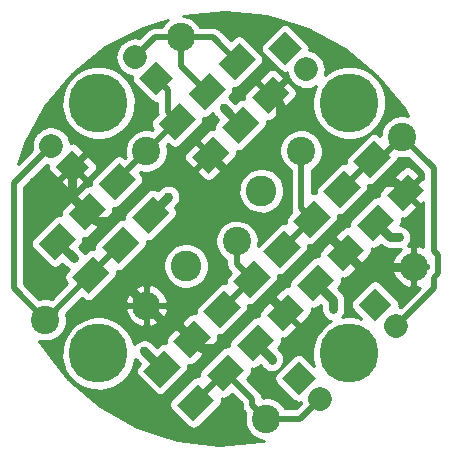
<source format=gbl>
%TF.GenerationSoftware,KiCad,Pcbnew,4.1.0-alpha+201609021633+7109~49~ubuntu16.04.1-product*%
%TF.CreationDate,2016-09-14T14:39:46+05:30*%
%TF.ProjectId,OTS2_encC,4F5453325F656E63432E6B696361645F,rev?*%
%TF.FileFunction,Copper,L2,Bot,Signal*%
%FSLAX46Y46*%
G04 Gerber Fmt 4.6, Leading zero omitted, Abs format (unit mm)*
G04 Created by KiCad (PCBNEW 4.1.0-alpha+201609021633+7109~49~ubuntu16.04.1-product) date Wed Sep 14 14:39:46 2016*
%MOMM*%
%LPD*%
G01*
G04 APERTURE LIST*
%ADD10C,0.101600*%
%ADD11C,2.032000*%
%ADD12C,2.400000*%
%ADD13C,5.000000*%
%ADD14C,2.600000*%
%ADD15C,0.762000*%
%ADD16C,0.508000*%
%ADD17C,0.762000*%
%ADD18C,0.254000*%
G04 APERTURE END LIST*
D10*
G36*
X103039796Y-122587563D02*
X104807563Y-120819796D01*
X106221776Y-122234009D01*
X104454009Y-124001776D01*
X103039796Y-122587563D01*
X103039796Y-122587563D01*
G37*
G36*
X105868224Y-125415991D02*
X107635991Y-123648224D01*
X109050204Y-125062437D01*
X107282437Y-126830204D01*
X105868224Y-125415991D01*
X105868224Y-125415991D01*
G37*
G36*
X97959796Y-127667563D02*
X99727563Y-125899796D01*
X101141776Y-127314009D01*
X99374009Y-129081776D01*
X97959796Y-127667563D01*
X97959796Y-127667563D01*
G37*
G36*
X100788224Y-130495991D02*
X102555991Y-128728224D01*
X103970204Y-130142437D01*
X102202437Y-131910204D01*
X100788224Y-130495991D01*
X100788224Y-130495991D01*
G37*
G36*
X106510204Y-127602437D02*
X104742437Y-129370204D01*
X103328224Y-127955991D01*
X105095991Y-126188224D01*
X106510204Y-127602437D01*
X106510204Y-127602437D01*
G37*
G36*
X103681776Y-124774009D02*
X101914009Y-126541776D01*
X100499796Y-125127563D01*
X102267563Y-123359796D01*
X103681776Y-124774009D01*
X103681776Y-124774009D01*
G37*
G36*
X101430204Y-132682437D02*
X99662437Y-134450204D01*
X98248224Y-133035991D01*
X100015991Y-131268224D01*
X101430204Y-132682437D01*
X101430204Y-132682437D01*
G37*
G36*
X98601776Y-129854009D02*
X96834009Y-131621776D01*
X95419796Y-130207563D01*
X97187563Y-128439796D01*
X98601776Y-129854009D01*
X98601776Y-129854009D01*
G37*
G36*
X92879796Y-132747563D02*
X94647563Y-130979796D01*
X96061776Y-132394009D01*
X94294009Y-134161776D01*
X92879796Y-132747563D01*
X92879796Y-132747563D01*
G37*
G36*
X95708224Y-135575991D02*
X97475991Y-133808224D01*
X98890204Y-135222437D01*
X97122437Y-136990204D01*
X95708224Y-135575991D01*
X95708224Y-135575991D01*
G37*
G36*
X96350204Y-137762437D02*
X94582437Y-139530204D01*
X93168224Y-138115991D01*
X94935991Y-136348224D01*
X96350204Y-137762437D01*
X96350204Y-137762437D01*
G37*
G36*
X93521776Y-134934009D02*
X91754009Y-136701776D01*
X90339796Y-135287563D01*
X92107563Y-133519796D01*
X93521776Y-134934009D01*
X93521776Y-134934009D01*
G37*
G36*
X93810204Y-140302437D02*
X92042437Y-142070204D01*
X90628224Y-140655991D01*
X92395991Y-138888224D01*
X93810204Y-140302437D01*
X93810204Y-140302437D01*
G37*
G36*
X90981776Y-137474009D02*
X89214009Y-139241776D01*
X87799796Y-137827563D01*
X89567563Y-136059796D01*
X90981776Y-137474009D01*
X90981776Y-137474009D01*
G37*
G36*
X87460204Y-126967437D02*
X85692437Y-128735204D01*
X84278224Y-127320991D01*
X86045991Y-125553224D01*
X87460204Y-126967437D01*
X87460204Y-126967437D01*
G37*
G36*
X84631776Y-124139009D02*
X82864009Y-125906776D01*
X81449796Y-124492563D01*
X83217563Y-122724796D01*
X84631776Y-124139009D01*
X84631776Y-124139009D01*
G37*
G36*
X76369796Y-129572563D02*
X78137563Y-127804796D01*
X79551776Y-129219009D01*
X77784009Y-130986776D01*
X76369796Y-129572563D01*
X76369796Y-129572563D01*
G37*
G36*
X79198224Y-132400991D02*
X80965991Y-130633224D01*
X82380204Y-132047437D01*
X80612437Y-133815204D01*
X79198224Y-132400991D01*
X79198224Y-132400991D01*
G37*
G36*
X85259796Y-140367563D02*
X87027563Y-138599796D01*
X88441776Y-140014009D01*
X86674009Y-141781776D01*
X85259796Y-140367563D01*
X85259796Y-140367563D01*
G37*
G36*
X88088224Y-143195991D02*
X89855991Y-141428224D01*
X91270204Y-142842437D01*
X89502437Y-144610204D01*
X88088224Y-143195991D01*
X88088224Y-143195991D01*
G37*
G36*
X84920204Y-129507437D02*
X83152437Y-131275204D01*
X81738224Y-129860991D01*
X83505991Y-128093224D01*
X84920204Y-129507437D01*
X84920204Y-129507437D01*
G37*
G36*
X82091776Y-126679009D02*
X80324009Y-128446776D01*
X78909796Y-127032563D01*
X80677563Y-125264796D01*
X82091776Y-126679009D01*
X82091776Y-126679009D01*
G37*
G36*
X95080204Y-119347437D02*
X93312437Y-121115204D01*
X91898224Y-119700991D01*
X93665991Y-117933224D01*
X95080204Y-119347437D01*
X95080204Y-119347437D01*
G37*
G36*
X92251776Y-116519009D02*
X90484009Y-118286776D01*
X89069796Y-116872563D01*
X90837563Y-115104796D01*
X92251776Y-116519009D01*
X92251776Y-116519009D01*
G37*
G36*
X91609796Y-114332563D02*
X93377563Y-112564796D01*
X94791776Y-113979009D01*
X93024009Y-115746776D01*
X91609796Y-114332563D01*
X91609796Y-114332563D01*
G37*
G36*
X94438224Y-117160991D02*
X96205991Y-115393224D01*
X97620204Y-116807437D01*
X95852437Y-118575204D01*
X94438224Y-117160991D01*
X94438224Y-117160991D01*
G37*
G36*
X86529796Y-119412563D02*
X88297563Y-117644796D01*
X89711776Y-119059009D01*
X87944009Y-120826776D01*
X86529796Y-119412563D01*
X86529796Y-119412563D01*
G37*
G36*
X89358224Y-122240991D02*
X91125991Y-120473224D01*
X92540204Y-121887437D01*
X90772437Y-123655204D01*
X89358224Y-122240991D01*
X89358224Y-122240991D01*
G37*
G36*
X79266040Y-121644221D02*
X80702881Y-123081062D01*
X79266040Y-124517903D01*
X77829199Y-123081062D01*
X79266040Y-121644221D01*
X79266040Y-121644221D01*
G37*
D11*
X77469989Y-121285011D02*
X77469989Y-121285011D01*
D12*
X93185158Y-129380158D03*
D13*
X81468398Y-117663398D03*
D12*
X85527191Y-134817809D03*
D13*
X102681602Y-138876602D03*
D12*
X98622809Y-121722191D03*
D13*
X81468398Y-138876602D03*
X102681602Y-117663398D03*
D14*
X88893019Y-131451981D03*
X95256981Y-125088019D03*
D12*
X76971199Y-136019890D03*
X85527191Y-121722191D03*
X88468755Y-112119681D03*
X95681245Y-144420319D03*
X108154608Y-131522691D03*
X107178801Y-120520110D03*
D10*
G36*
X98425000Y-142406841D02*
X96988159Y-140970000D01*
X98425000Y-139533159D01*
X99861841Y-140970000D01*
X98425000Y-142406841D01*
X98425000Y-142406841D01*
G37*
D11*
X100221051Y-142766051D02*
X100221051Y-142766051D01*
D10*
G36*
X86360000Y-114133159D02*
X87796841Y-115570000D01*
X86360000Y-117006841D01*
X84923159Y-115570000D01*
X86360000Y-114133159D01*
X86360000Y-114133159D01*
G37*
D11*
X84563949Y-113773949D02*
X84563949Y-113773949D01*
D10*
G36*
X104883949Y-136165790D02*
X103447108Y-134728949D01*
X104883949Y-133292108D01*
X106320790Y-134728949D01*
X104883949Y-136165790D01*
X104883949Y-136165790D01*
G37*
D11*
X106680000Y-136525000D02*
X106680000Y-136525000D01*
D10*
G36*
X97263949Y-114466841D02*
X95827108Y-113030000D01*
X97263949Y-111593159D01*
X98700790Y-113030000D01*
X97263949Y-114466841D01*
X97263949Y-114466841D01*
G37*
D11*
X99060000Y-114826051D02*
X99060000Y-114826051D01*
D15*
X106934000Y-129032000D03*
X101346000Y-135128000D03*
X96139000Y-139446000D03*
X85344000Y-138684000D03*
X87376000Y-125603000D03*
X92075000Y-118110000D03*
X79375000Y-130810000D03*
D16*
X98622809Y-121722191D02*
X98622809Y-126562809D01*
X99550786Y-127490786D02*
X97010786Y-130030786D01*
X98622809Y-126562809D02*
X99550786Y-127490786D01*
D17*
X108154608Y-131522691D02*
X103582691Y-131522691D01*
X103582691Y-131522691D02*
X102379214Y-130319214D01*
X97299214Y-135399214D02*
X95885000Y-133985000D01*
X102379214Y-130319214D02*
X100965000Y-128905000D01*
X91440000Y-138430000D02*
X95885000Y-133985000D01*
X91440000Y-138430000D02*
X90170000Y-138430000D01*
X90170000Y-138430000D02*
X89390786Y-137650786D01*
X95885000Y-133985000D02*
X100965000Y-128905000D01*
X100965000Y-128905000D02*
X105537000Y-124333000D01*
X105537000Y-124333000D02*
X106553000Y-124333000D01*
X106553000Y-124333000D02*
X107459214Y-125239214D01*
X90805000Y-125730000D02*
X84328000Y-132207000D01*
X84328000Y-132207000D02*
X84328000Y-133618618D01*
X85527191Y-134817809D02*
X84328000Y-133618618D01*
X80500786Y-126855786D02*
X81280000Y-127635000D01*
X81280000Y-127635000D02*
X82550000Y-127635000D01*
X82550000Y-127635000D02*
X86868000Y-123317000D01*
X86868000Y-123317000D02*
X88392000Y-123317000D01*
X88392000Y-123317000D02*
X90805000Y-125730000D01*
X92710000Y-123825000D02*
X96807030Y-119727970D01*
X96807030Y-119727970D02*
X96807030Y-117762030D01*
X96807030Y-117762030D02*
X96029214Y-116984214D01*
X87757808Y-136017808D02*
X89390786Y-137650786D01*
X86727190Y-136017808D02*
X87757808Y-136017808D01*
X85527191Y-134817809D02*
X86727190Y-136017808D01*
X79266040Y-125621040D02*
X80500786Y-126855786D01*
X79266040Y-123081062D02*
X79266040Y-125621040D01*
X92710000Y-123825000D02*
X90805000Y-125730000D01*
X90949214Y-122064214D02*
X92710000Y-123825000D01*
D16*
X88120786Y-119235786D02*
X88013596Y-119235786D01*
X88013596Y-119235786D02*
X85527191Y-121722191D01*
X83040786Y-124315786D02*
X83040786Y-124208596D01*
X83040786Y-124208596D02*
X85527191Y-121722191D01*
X87342970Y-118457970D02*
X87342970Y-116552970D01*
X87342970Y-116552970D02*
X86360000Y-115570000D01*
X88120786Y-119235786D02*
X87342970Y-118457970D01*
D18*
X85527191Y-121829381D02*
X85527191Y-121722191D01*
X85634381Y-121722191D02*
X85527191Y-121722191D01*
D16*
X93185158Y-131285158D02*
X94470786Y-132570786D01*
X94470786Y-132570786D02*
X91930786Y-135110786D01*
X93185158Y-129380158D02*
X93185158Y-131285158D01*
X109855000Y-130175000D02*
X110236000Y-130556000D01*
X110236000Y-132080000D02*
X109855000Y-132461000D01*
X110236000Y-130556000D02*
X110236000Y-132080000D01*
X109855000Y-132461000D02*
X109855000Y-133350000D01*
X107178801Y-120520110D02*
X107185110Y-120520110D01*
X107185110Y-120520110D02*
X109855000Y-123190000D01*
X109855000Y-133350000D02*
X106680000Y-136525000D01*
X109855000Y-123190000D02*
X109855000Y-130175000D01*
X105288125Y-122410786D02*
X107178801Y-120520110D01*
X104630786Y-122410786D02*
X105288125Y-122410786D01*
X102090786Y-124950786D02*
X104630786Y-122410786D01*
X88468755Y-112119681D02*
X86218217Y-112119681D01*
X86218217Y-112119681D02*
X84563949Y-113773949D01*
X88468755Y-112119681D02*
X91164681Y-112119681D01*
X91164681Y-112119681D02*
X93200786Y-114155786D01*
X88468755Y-114503755D02*
X90660786Y-116695786D01*
X88468755Y-112119681D02*
X88468755Y-114503755D01*
X74295000Y-124460000D02*
X74295000Y-133343691D01*
X74295000Y-133343691D02*
X76971199Y-136019890D01*
X74295000Y-124460000D02*
X77469989Y-121285011D01*
X80789214Y-132224214D02*
X76993538Y-136019890D01*
X76993538Y-136019890D02*
X76971199Y-136019890D01*
X83329214Y-129684214D02*
X80789214Y-132224214D01*
X95681245Y-144420319D02*
X98566783Y-144420319D01*
X98566783Y-144420319D02*
X100221051Y-142766051D01*
X95681245Y-144420319D02*
X94481246Y-143220320D01*
X94481246Y-143220320D02*
X94481246Y-142741246D01*
X94481246Y-142741246D02*
X92219214Y-140479214D01*
X89679214Y-143019214D02*
X92219214Y-140479214D01*
D17*
X104919214Y-127779214D02*
X106172000Y-129032000D01*
X106172000Y-129032000D02*
X106934000Y-129032000D01*
X99839214Y-132859214D02*
X101346000Y-134366000D01*
X101346000Y-134366000D02*
X101346000Y-135128000D01*
X96139000Y-139319000D02*
X94759214Y-137939214D01*
X96139000Y-139446000D02*
X96139000Y-139319000D01*
X85344000Y-138684000D02*
X86850786Y-140190786D01*
X87376000Y-125603000D02*
X85869214Y-127109786D01*
X85869214Y-127109786D02*
X85869214Y-127144214D01*
X93489214Y-119524214D02*
X92075000Y-118110000D01*
X79375000Y-130810000D02*
X77960786Y-129395786D01*
D18*
G36*
X95759548Y-110320283D02*
X99175828Y-111377798D01*
X102321640Y-113078732D01*
X105077160Y-115358297D01*
X107337432Y-118129664D01*
X107665502Y-118746674D01*
X107371539Y-118686332D01*
X107011685Y-118683820D01*
X106658198Y-118751251D01*
X106324539Y-118886058D01*
X106023419Y-119083105D01*
X105766308Y-119334887D01*
X105562998Y-119631815D01*
X105421233Y-119962577D01*
X105346413Y-120314575D01*
X105344462Y-120454325D01*
X105258748Y-120368611D01*
X105162057Y-120289259D01*
X105051743Y-120230294D01*
X104932045Y-120193984D01*
X104807563Y-120181724D01*
X104683081Y-120193984D01*
X104563383Y-120230294D01*
X104453069Y-120289259D01*
X104356378Y-120368611D01*
X102588611Y-122136378D01*
X102509259Y-122233069D01*
X102450294Y-122343383D01*
X102413984Y-122463081D01*
X102401724Y-122587563D01*
X102413984Y-122712045D01*
X102423537Y-122743537D01*
X102392045Y-122733984D01*
X102267563Y-122721724D01*
X102143081Y-122733984D01*
X102023383Y-122770294D01*
X101913069Y-122829259D01*
X101816378Y-122908611D01*
X100048611Y-124676378D01*
X99969259Y-124773069D01*
X99910294Y-124883383D01*
X99873984Y-125003081D01*
X99861724Y-125127563D01*
X99873984Y-125252045D01*
X99883537Y-125283537D01*
X99852045Y-125273984D01*
X99727563Y-125261724D01*
X99603081Y-125273984D01*
X99511809Y-125301671D01*
X99511809Y-123331434D01*
X99758014Y-123175187D01*
X100018616Y-122927020D01*
X100226052Y-122632960D01*
X100372422Y-122304210D01*
X100452148Y-121953290D01*
X100457888Y-121542260D01*
X100387990Y-121189251D01*
X100250858Y-120856542D01*
X100051713Y-120556805D01*
X99798142Y-120301458D01*
X99499802Y-120100225D01*
X99168059Y-119960773D01*
X98815547Y-119888413D01*
X98455693Y-119885901D01*
X98102206Y-119953332D01*
X97768547Y-120088139D01*
X97467427Y-120285186D01*
X97210316Y-120536968D01*
X97007006Y-120833896D01*
X96865241Y-121164658D01*
X96790421Y-121516656D01*
X96785397Y-121876483D01*
X96850359Y-122230433D01*
X96982833Y-122565024D01*
X97177773Y-122867512D01*
X97427754Y-123126375D01*
X97723255Y-123331754D01*
X97733809Y-123336365D01*
X97733809Y-126562809D01*
X97741820Y-126644513D01*
X97748979Y-126726342D01*
X97750284Y-126730834D01*
X97750740Y-126735483D01*
X97774474Y-126814093D01*
X97797386Y-126892955D01*
X97799536Y-126897103D01*
X97800888Y-126901581D01*
X97808705Y-126916284D01*
X97508611Y-127216378D01*
X97429259Y-127313069D01*
X97370294Y-127423383D01*
X97333984Y-127543081D01*
X97321724Y-127667563D01*
X97333984Y-127792045D01*
X97343537Y-127823537D01*
X97312045Y-127813984D01*
X97187563Y-127801724D01*
X97063081Y-127813984D01*
X96943383Y-127850294D01*
X96833069Y-127909259D01*
X96736378Y-127988611D01*
X94985324Y-129739665D01*
X95014497Y-129611257D01*
X95020237Y-129200227D01*
X94950339Y-128847218D01*
X94813207Y-128514509D01*
X94614062Y-128214772D01*
X94360491Y-127959425D01*
X94062151Y-127758192D01*
X93730408Y-127618740D01*
X93377896Y-127546380D01*
X93018042Y-127543868D01*
X92664555Y-127611299D01*
X92330896Y-127746106D01*
X92029776Y-127943153D01*
X91772665Y-128194935D01*
X91569355Y-128491863D01*
X91427590Y-128822625D01*
X91352770Y-129174623D01*
X91347746Y-129534450D01*
X91412708Y-129888400D01*
X91545182Y-130222991D01*
X91740122Y-130525479D01*
X91990103Y-130784342D01*
X92285604Y-130989721D01*
X92296158Y-130994332D01*
X92296158Y-131285158D01*
X92304169Y-131366862D01*
X92311328Y-131448691D01*
X92312633Y-131453183D01*
X92313089Y-131457832D01*
X92336823Y-131536442D01*
X92359735Y-131615304D01*
X92361885Y-131619452D01*
X92363237Y-131623930D01*
X92401805Y-131696467D01*
X92439580Y-131769342D01*
X92442496Y-131772995D01*
X92444691Y-131777123D01*
X92496600Y-131840769D01*
X92547825Y-131904938D01*
X92554242Y-131911446D01*
X92554350Y-131911578D01*
X92554473Y-131911679D01*
X92556540Y-131913776D01*
X92683877Y-132041113D01*
X92428611Y-132296378D01*
X92349259Y-132393069D01*
X92290294Y-132503383D01*
X92253984Y-132623081D01*
X92241724Y-132747563D01*
X92253984Y-132872045D01*
X92263537Y-132903537D01*
X92232045Y-132893984D01*
X92107563Y-132881724D01*
X91983081Y-132893984D01*
X91863383Y-132930294D01*
X91753069Y-132989259D01*
X91656378Y-133068611D01*
X89888611Y-134836378D01*
X89809259Y-134933069D01*
X89750294Y-135043383D01*
X89713984Y-135163081D01*
X89701724Y-135287563D01*
X89713984Y-135412045D01*
X89723486Y-135443370D01*
X89630105Y-135424795D01*
X89505021Y-135424795D01*
X89382340Y-135449198D01*
X89266778Y-135497066D01*
X89162774Y-135566559D01*
X88436722Y-136292611D01*
X88436722Y-136517117D01*
X89390786Y-137471181D01*
X89404929Y-137457039D01*
X89584534Y-137636644D01*
X89570391Y-137650786D01*
X90524455Y-138604850D01*
X90748961Y-138604850D01*
X91475013Y-137878798D01*
X91544506Y-137774794D01*
X91592374Y-137659232D01*
X91616777Y-137536551D01*
X91616777Y-137411467D01*
X91598202Y-137318086D01*
X91629527Y-137327588D01*
X91754009Y-137339848D01*
X91878491Y-137327588D01*
X91998189Y-137291278D01*
X92108503Y-137232313D01*
X92205194Y-137152961D01*
X93972961Y-135385194D01*
X94052313Y-135288503D01*
X94111278Y-135178189D01*
X94147588Y-135058491D01*
X94159848Y-134934009D01*
X94147588Y-134809527D01*
X94138035Y-134778035D01*
X94169527Y-134787588D01*
X94294009Y-134799848D01*
X94418491Y-134787588D01*
X94538189Y-134751278D01*
X94648503Y-134692313D01*
X94745194Y-134612961D01*
X96512961Y-132845194D01*
X96592313Y-132748503D01*
X96651278Y-132638189D01*
X96687588Y-132518491D01*
X96699848Y-132394009D01*
X96687588Y-132269527D01*
X96678035Y-132238035D01*
X96709527Y-132247588D01*
X96834009Y-132259848D01*
X96958491Y-132247588D01*
X97078189Y-132211278D01*
X97188503Y-132152313D01*
X97285194Y-132072961D01*
X99052961Y-130305194D01*
X99132313Y-130208503D01*
X99191278Y-130098189D01*
X99227588Y-129978491D01*
X99239848Y-129854009D01*
X99227588Y-129729527D01*
X99218035Y-129698035D01*
X99249527Y-129707588D01*
X99374009Y-129719848D01*
X99498491Y-129707588D01*
X99618189Y-129671278D01*
X99728503Y-129612313D01*
X99825194Y-129532961D01*
X100397116Y-128961039D01*
X101425150Y-128961039D01*
X101425150Y-129185545D01*
X102379214Y-130139609D01*
X102393357Y-130125467D01*
X102572962Y-130305072D01*
X102558819Y-130319214D01*
X103512883Y-131273278D01*
X103737389Y-131273278D01*
X104463441Y-130547226D01*
X104532934Y-130443222D01*
X104580802Y-130327660D01*
X104605205Y-130204979D01*
X104605205Y-130079895D01*
X104586630Y-129986514D01*
X104617955Y-129996016D01*
X104742437Y-130008276D01*
X104866919Y-129996016D01*
X104986617Y-129959706D01*
X105096931Y-129900741D01*
X105193622Y-129821389D01*
X105359085Y-129655926D01*
X105453580Y-129750421D01*
X105526116Y-129810002D01*
X105597994Y-129870315D01*
X105602675Y-129872888D01*
X105606804Y-129876280D01*
X105689512Y-129920628D01*
X105771755Y-129965842D01*
X105776848Y-129967458D01*
X105781556Y-129969982D01*
X105871327Y-129997428D01*
X105960762Y-130025798D01*
X105966068Y-130026393D01*
X105971180Y-130027956D01*
X106064581Y-130037443D01*
X106157814Y-130047901D01*
X106168255Y-130047974D01*
X106168453Y-130047994D01*
X106168638Y-130047977D01*
X106172000Y-130048000D01*
X106921290Y-130048000D01*
X107012324Y-130049907D01*
X107061536Y-130041230D01*
X106812695Y-130258113D01*
X106591773Y-130544206D01*
X106430909Y-130867901D01*
X106357622Y-131109493D01*
X106474272Y-131395691D01*
X108027608Y-131395691D01*
X108027608Y-129842355D01*
X107741410Y-129725705D01*
X107644778Y-129758177D01*
X107706828Y-129699088D01*
X107821681Y-129536273D01*
X107902723Y-129354251D01*
X107946866Y-129159955D01*
X107948336Y-129054687D01*
X107949975Y-129039093D01*
X107948743Y-129025554D01*
X107950044Y-128932376D01*
X107911343Y-128736923D01*
X107835415Y-128552709D01*
X107725153Y-128386751D01*
X107584756Y-128245371D01*
X107419572Y-128133953D01*
X107235893Y-128056741D01*
X107040715Y-128016677D01*
X106991988Y-128016337D01*
X107040741Y-127956931D01*
X107099706Y-127846617D01*
X107136016Y-127726919D01*
X107148276Y-127602437D01*
X107136016Y-127477955D01*
X107126514Y-127446630D01*
X107219895Y-127465205D01*
X107344979Y-127465205D01*
X107467660Y-127440802D01*
X107583222Y-127392934D01*
X107687226Y-127323441D01*
X108413278Y-126597389D01*
X108413278Y-126372883D01*
X107459214Y-125418819D01*
X107445072Y-125432962D01*
X107265467Y-125253357D01*
X107279609Y-125239214D01*
X106325545Y-124285150D01*
X106101039Y-124285150D01*
X105374987Y-125011202D01*
X105305494Y-125115206D01*
X105257626Y-125230768D01*
X105233223Y-125353449D01*
X105233223Y-125478533D01*
X105251798Y-125571914D01*
X105220473Y-125562412D01*
X105095991Y-125550152D01*
X104971509Y-125562412D01*
X104851811Y-125598722D01*
X104741497Y-125657687D01*
X104644806Y-125737039D01*
X102877039Y-127504806D01*
X102797687Y-127601497D01*
X102738722Y-127711811D01*
X102702412Y-127831509D01*
X102690152Y-127955991D01*
X102702412Y-128080473D01*
X102711914Y-128111798D01*
X102618533Y-128093223D01*
X102493449Y-128093223D01*
X102370768Y-128117626D01*
X102255206Y-128165494D01*
X102151202Y-128234987D01*
X101425150Y-128961039D01*
X100397116Y-128961039D01*
X101592961Y-127765194D01*
X101672313Y-127668503D01*
X101731278Y-127558189D01*
X101767588Y-127438491D01*
X101779848Y-127314009D01*
X101767588Y-127189527D01*
X101758035Y-127158035D01*
X101789527Y-127167588D01*
X101914009Y-127179848D01*
X102038491Y-127167588D01*
X102158189Y-127131278D01*
X102268503Y-127072313D01*
X102365194Y-126992961D01*
X104132961Y-125225194D01*
X104212313Y-125128503D01*
X104271278Y-125018189D01*
X104307588Y-124898491D01*
X104319848Y-124774009D01*
X104307588Y-124649527D01*
X104298035Y-124618035D01*
X104329527Y-124627588D01*
X104454009Y-124639848D01*
X104578491Y-124627588D01*
X104698189Y-124591278D01*
X104808503Y-124532313D01*
X104905194Y-124452961D01*
X105477116Y-123881039D01*
X106505150Y-123881039D01*
X106505150Y-124105545D01*
X107459214Y-125059609D01*
X108590055Y-123928768D01*
X108590055Y-123704262D01*
X108040780Y-123154987D01*
X107936776Y-123085494D01*
X107821214Y-123037626D01*
X107698533Y-123013223D01*
X107573449Y-123013223D01*
X107450768Y-123037626D01*
X107335206Y-123085494D01*
X107231202Y-123154987D01*
X106505150Y-123881039D01*
X105477116Y-123881039D01*
X106672961Y-122685194D01*
X106752313Y-122588503D01*
X106811278Y-122478189D01*
X106847588Y-122358491D01*
X106850701Y-122326882D01*
X106960478Y-122351018D01*
X107320262Y-122358555D01*
X107674657Y-122296065D01*
X107695676Y-122287912D01*
X108966000Y-123558236D01*
X108966000Y-124108373D01*
X108769660Y-124108373D01*
X107638819Y-125239214D01*
X108592883Y-126193278D01*
X108817389Y-126193278D01*
X108966000Y-126044667D01*
X108966000Y-129876817D01*
X108809398Y-129798992D01*
X108567806Y-129725705D01*
X108281608Y-129842355D01*
X108281608Y-131216083D01*
X108168749Y-131328942D01*
X108348357Y-131508550D01*
X108461216Y-131395691D01*
X109347000Y-131395691D01*
X109347000Y-131649691D01*
X108461216Y-131649691D01*
X108348357Y-131536832D01*
X108168749Y-131716440D01*
X108281608Y-131829299D01*
X108281608Y-133203027D01*
X108567806Y-133319677D01*
X108658596Y-133289168D01*
X107039451Y-134908313D01*
X107023271Y-134903242D01*
X106934420Y-134893590D01*
X106946602Y-134853431D01*
X106958862Y-134728949D01*
X106946602Y-134604467D01*
X106910292Y-134484769D01*
X106851327Y-134374455D01*
X106771975Y-134277764D01*
X105335134Y-132840923D01*
X105238443Y-132761571D01*
X105128129Y-132702606D01*
X105008431Y-132666296D01*
X104883949Y-132654036D01*
X104759467Y-132666296D01*
X104639769Y-132702606D01*
X104529455Y-132761571D01*
X104432764Y-132840923D01*
X102995923Y-134277764D01*
X102916571Y-134374455D01*
X102857606Y-134484769D01*
X102821296Y-134604467D01*
X102809036Y-134728949D01*
X102821296Y-134853431D01*
X102857606Y-134973129D01*
X102916571Y-135083443D01*
X102995923Y-135180134D01*
X103733847Y-135918058D01*
X103613132Y-135867314D01*
X103010884Y-135743690D01*
X102396094Y-135739398D01*
X102121109Y-135791854D01*
X102233681Y-135632273D01*
X102314723Y-135450251D01*
X102358866Y-135255955D01*
X102360249Y-135156913D01*
X102361901Y-135142186D01*
X102362000Y-135128000D01*
X102362000Y-135031527D01*
X102362044Y-135028376D01*
X102362000Y-135028154D01*
X102362000Y-134366000D01*
X102352841Y-134272593D01*
X102344662Y-134179105D01*
X102343171Y-134173974D01*
X102342650Y-134168658D01*
X102315531Y-134078834D01*
X102289342Y-133988690D01*
X102286883Y-133983946D01*
X102285339Y-133978832D01*
X102241279Y-133895967D01*
X102198089Y-133812646D01*
X102194756Y-133808471D01*
X102192248Y-133803754D01*
X102132939Y-133731034D01*
X102074381Y-133657680D01*
X102067048Y-133650243D01*
X102066924Y-133650092D01*
X102066784Y-133649976D01*
X102064420Y-133647579D01*
X101715926Y-133299085D01*
X101881389Y-133133622D01*
X101960741Y-133036931D01*
X102019706Y-132926617D01*
X102056016Y-132806919D01*
X102068276Y-132682437D01*
X102056016Y-132557955D01*
X102046514Y-132526630D01*
X102139895Y-132545205D01*
X102264979Y-132545205D01*
X102387660Y-132520802D01*
X102503222Y-132472934D01*
X102607226Y-132403441D01*
X103074778Y-131935889D01*
X106357622Y-131935889D01*
X106472762Y-132278524D01*
X106652534Y-132592113D01*
X106890030Y-132864604D01*
X107176123Y-133085526D01*
X107499818Y-133246390D01*
X107741410Y-133319677D01*
X108027608Y-133203027D01*
X108027608Y-131649691D01*
X106474272Y-131649691D01*
X106357622Y-131935889D01*
X103074778Y-131935889D01*
X103333278Y-131677389D01*
X103333278Y-131452883D01*
X102379214Y-130498819D01*
X102365072Y-130512962D01*
X102185467Y-130333357D01*
X102199609Y-130319214D01*
X101245545Y-129365150D01*
X101021039Y-129365150D01*
X100294987Y-130091202D01*
X100225494Y-130195206D01*
X100177626Y-130310768D01*
X100153223Y-130433449D01*
X100153223Y-130558533D01*
X100171798Y-130651914D01*
X100140473Y-130642412D01*
X100015991Y-130630152D01*
X99891509Y-130642412D01*
X99771811Y-130678722D01*
X99661497Y-130737687D01*
X99564806Y-130817039D01*
X97797039Y-132584806D01*
X97717687Y-132681497D01*
X97658722Y-132791811D01*
X97622412Y-132911509D01*
X97610152Y-133035991D01*
X97622412Y-133160473D01*
X97631914Y-133191798D01*
X97538533Y-133173223D01*
X97413449Y-133173223D01*
X97290768Y-133197626D01*
X97175206Y-133245494D01*
X97071202Y-133314987D01*
X96345150Y-134041039D01*
X96345150Y-134265545D01*
X97299214Y-135219609D01*
X97313357Y-135205467D01*
X97492962Y-135385072D01*
X97478819Y-135399214D01*
X98432883Y-136353278D01*
X98657389Y-136353278D01*
X99383441Y-135627226D01*
X99452934Y-135523222D01*
X99500802Y-135407660D01*
X99525205Y-135284979D01*
X99525205Y-135159895D01*
X99506630Y-135066514D01*
X99537955Y-135076016D01*
X99662437Y-135088276D01*
X99786919Y-135076016D01*
X99906617Y-135039706D01*
X100016931Y-134980741D01*
X100113622Y-134901389D01*
X100279085Y-134735926D01*
X100330000Y-134786841D01*
X100330000Y-135117753D01*
X100328664Y-135213428D01*
X100364633Y-135409403D01*
X100437981Y-135594659D01*
X100545915Y-135762140D01*
X100684324Y-135905467D01*
X100847936Y-136019180D01*
X101030520Y-136098949D01*
X101157893Y-136126954D01*
X100707694Y-136421556D01*
X100268433Y-136851712D01*
X99921088Y-137358997D01*
X99678890Y-137924086D01*
X99551065Y-138525456D01*
X99542481Y-139140201D01*
X99653465Y-139744906D01*
X99728412Y-139934201D01*
X98876185Y-139081974D01*
X98779494Y-139002622D01*
X98669180Y-138943657D01*
X98549482Y-138907347D01*
X98425000Y-138895087D01*
X98300518Y-138907347D01*
X98180820Y-138943657D01*
X98070506Y-139002622D01*
X97973815Y-139081974D01*
X96536974Y-140518815D01*
X96457622Y-140615506D01*
X96398657Y-140725820D01*
X96362347Y-140845518D01*
X96350087Y-140970000D01*
X96362347Y-141094482D01*
X96398657Y-141214180D01*
X96457622Y-141324494D01*
X96536974Y-141421185D01*
X97973815Y-142858026D01*
X98070506Y-142937378D01*
X98180820Y-142996343D01*
X98300518Y-143032653D01*
X98425000Y-143044913D01*
X98549482Y-143032653D01*
X98588507Y-143020815D01*
X98594737Y-143086725D01*
X98605853Y-143124013D01*
X98198547Y-143531319D01*
X97293780Y-143531319D01*
X97110149Y-143254933D01*
X96856578Y-142999586D01*
X96558238Y-142798353D01*
X96226495Y-142658901D01*
X95873983Y-142586541D01*
X95514129Y-142584029D01*
X95358230Y-142613768D01*
X95355076Y-142577713D01*
X95353771Y-142573221D01*
X95353315Y-142568572D01*
X95329581Y-142489962D01*
X95306669Y-142411100D01*
X95304519Y-142406952D01*
X95303167Y-142402474D01*
X95264589Y-142329918D01*
X95226823Y-142257061D01*
X95223908Y-142253410D01*
X95221713Y-142249281D01*
X95169800Y-142185629D01*
X95118579Y-142121466D01*
X95112162Y-142114958D01*
X95112054Y-142114826D01*
X95111931Y-142114725D01*
X95109864Y-142112628D01*
X94006124Y-141008888D01*
X94261389Y-140753622D01*
X94340741Y-140656931D01*
X94399706Y-140546617D01*
X94436016Y-140426919D01*
X94448276Y-140302437D01*
X94436016Y-140177955D01*
X94426463Y-140146463D01*
X94457955Y-140156016D01*
X94582437Y-140168276D01*
X94706919Y-140156016D01*
X94826617Y-140119706D01*
X94936931Y-140060741D01*
X95033622Y-139981389D01*
X95194498Y-139820513D01*
X95230981Y-139912659D01*
X95338915Y-140080140D01*
X95477324Y-140223467D01*
X95640936Y-140337180D01*
X95823520Y-140416949D01*
X96018119Y-140459734D01*
X96217324Y-140463907D01*
X96413545Y-140429308D01*
X96599308Y-140357255D01*
X96767539Y-140250493D01*
X96911828Y-140113088D01*
X97026681Y-139950273D01*
X97107723Y-139768251D01*
X97151866Y-139573955D01*
X97153249Y-139474913D01*
X97154901Y-139460186D01*
X97155000Y-139446000D01*
X97155000Y-139349527D01*
X97155044Y-139346376D01*
X97155000Y-139346154D01*
X97155000Y-139319000D01*
X97145841Y-139225592D01*
X97137662Y-139132105D01*
X97136171Y-139126974D01*
X97135650Y-139121658D01*
X97108531Y-139031834D01*
X97082342Y-138941690D01*
X97079883Y-138936946D01*
X97078339Y-138931832D01*
X97034279Y-138848967D01*
X96991089Y-138765646D01*
X96987756Y-138761471D01*
X96985248Y-138756754D01*
X96925939Y-138684034D01*
X96867381Y-138610680D01*
X96860048Y-138603243D01*
X96859924Y-138603092D01*
X96859784Y-138602976D01*
X96857420Y-138600579D01*
X96635926Y-138379085D01*
X96801389Y-138213622D01*
X96880741Y-138116931D01*
X96939706Y-138006617D01*
X96976016Y-137886919D01*
X96988276Y-137762437D01*
X96976016Y-137637955D01*
X96966514Y-137606630D01*
X97059895Y-137625205D01*
X97184979Y-137625205D01*
X97307660Y-137600802D01*
X97423222Y-137552934D01*
X97527226Y-137483441D01*
X98253278Y-136757389D01*
X98253278Y-136532883D01*
X97299214Y-135578819D01*
X97285072Y-135592962D01*
X97105467Y-135413357D01*
X97119609Y-135399214D01*
X96165545Y-134445150D01*
X95941039Y-134445150D01*
X95214987Y-135171202D01*
X95145494Y-135275206D01*
X95097626Y-135390768D01*
X95073223Y-135513449D01*
X95073223Y-135638533D01*
X95091798Y-135731914D01*
X95060473Y-135722412D01*
X94935991Y-135710152D01*
X94811509Y-135722412D01*
X94691811Y-135758722D01*
X94581497Y-135817687D01*
X94484806Y-135897039D01*
X92717039Y-137664806D01*
X92637687Y-137761497D01*
X92578722Y-137871811D01*
X92542412Y-137991509D01*
X92530152Y-138115991D01*
X92542412Y-138240473D01*
X92551965Y-138271965D01*
X92520473Y-138262412D01*
X92395991Y-138250152D01*
X92271509Y-138262412D01*
X92151811Y-138298722D01*
X92041497Y-138357687D01*
X91944806Y-138437039D01*
X90177039Y-140204806D01*
X90097687Y-140301497D01*
X90038722Y-140411811D01*
X90002412Y-140531509D01*
X89990152Y-140655991D01*
X90002412Y-140780473D01*
X90011965Y-140811965D01*
X89980473Y-140802412D01*
X89855991Y-140790152D01*
X89731509Y-140802412D01*
X89611811Y-140838722D01*
X89501497Y-140897687D01*
X89404806Y-140977039D01*
X87637039Y-142744806D01*
X87557687Y-142841497D01*
X87498722Y-142951811D01*
X87462412Y-143071509D01*
X87450152Y-143195991D01*
X87462412Y-143320473D01*
X87498722Y-143440171D01*
X87557687Y-143550485D01*
X87637039Y-143647176D01*
X89051252Y-145061389D01*
X89147943Y-145140741D01*
X89258257Y-145199706D01*
X89377955Y-145236016D01*
X89502437Y-145248276D01*
X89626919Y-145236016D01*
X89746617Y-145199706D01*
X89856931Y-145140741D01*
X89953622Y-145061389D01*
X91721389Y-143293622D01*
X91800741Y-143196931D01*
X91859706Y-143086617D01*
X91896016Y-142966919D01*
X91908276Y-142842437D01*
X91896016Y-142717955D01*
X91886463Y-142686463D01*
X91917955Y-142696016D01*
X92042437Y-142708276D01*
X92166919Y-142696016D01*
X92286617Y-142659706D01*
X92396931Y-142600741D01*
X92493622Y-142521389D01*
X92748888Y-142266124D01*
X93592246Y-143109482D01*
X93592246Y-143220320D01*
X93600257Y-143302024D01*
X93607416Y-143383853D01*
X93608721Y-143388345D01*
X93609177Y-143392994D01*
X93632911Y-143471604D01*
X93655823Y-143550466D01*
X93657973Y-143554614D01*
X93659325Y-143559092D01*
X93697893Y-143631629D01*
X93735668Y-143704504D01*
X93738584Y-143708157D01*
X93740779Y-143712285D01*
X93792688Y-143775931D01*
X93843913Y-143840100D01*
X93850330Y-143846608D01*
X93850438Y-143846740D01*
X93850561Y-143846841D01*
X93852628Y-143848938D01*
X93913650Y-143909960D01*
X93848857Y-144214784D01*
X93843833Y-144574611D01*
X93908795Y-144928561D01*
X94041269Y-145263152D01*
X94236209Y-145565640D01*
X94486190Y-145824503D01*
X94781691Y-146029882D01*
X95111455Y-146173952D01*
X95462922Y-146251227D01*
X95485763Y-146251705D01*
X95256926Y-146315598D01*
X91691252Y-146589961D01*
X88140194Y-146166523D01*
X84739012Y-145061412D01*
X81617256Y-143316722D01*
X78893832Y-140998906D01*
X77420641Y-139140201D01*
X78329277Y-139140201D01*
X78440261Y-139744906D01*
X78666586Y-140316538D01*
X78999631Y-140833322D01*
X79426711Y-141275576D01*
X79931558Y-141626454D01*
X80494942Y-141872591D01*
X81095405Y-142004611D01*
X81710076Y-142017487D01*
X82315541Y-141910727D01*
X82888738Y-141688398D01*
X83407836Y-141358969D01*
X83853060Y-140934987D01*
X84207454Y-140432602D01*
X84457518Y-139870950D01*
X84575648Y-139351000D01*
X84682324Y-139461467D01*
X84689875Y-139466715D01*
X84974074Y-139750915D01*
X84808611Y-139916378D01*
X84729259Y-140013069D01*
X84670294Y-140123383D01*
X84633984Y-140243081D01*
X84621724Y-140367563D01*
X84633984Y-140492045D01*
X84670294Y-140611743D01*
X84729259Y-140722057D01*
X84808611Y-140818748D01*
X86222824Y-142232961D01*
X86319515Y-142312313D01*
X86429829Y-142371278D01*
X86549527Y-142407588D01*
X86674009Y-142419848D01*
X86798491Y-142407588D01*
X86918189Y-142371278D01*
X87028503Y-142312313D01*
X87125194Y-142232961D01*
X88892961Y-140465194D01*
X88972313Y-140368503D01*
X89031278Y-140258189D01*
X89067588Y-140138491D01*
X89079848Y-140014009D01*
X89067588Y-139889527D01*
X89058086Y-139858202D01*
X89151467Y-139876777D01*
X89276551Y-139876777D01*
X89399232Y-139852374D01*
X89514794Y-139804506D01*
X89618798Y-139735013D01*
X90344850Y-139008961D01*
X90344850Y-138784455D01*
X89390786Y-137830391D01*
X89376644Y-137844534D01*
X89197039Y-137664929D01*
X89211181Y-137650786D01*
X88257117Y-136696722D01*
X88032611Y-136696722D01*
X87306559Y-137422774D01*
X87237066Y-137526778D01*
X87189198Y-137642340D01*
X87164795Y-137765021D01*
X87164795Y-137890105D01*
X87183370Y-137983486D01*
X87152045Y-137973984D01*
X87027563Y-137961724D01*
X86903081Y-137973984D01*
X86783383Y-138010294D01*
X86673069Y-138069259D01*
X86576378Y-138148611D01*
X86410915Y-138314074D01*
X86072595Y-137975755D01*
X85994756Y-137897371D01*
X85829572Y-137785953D01*
X85645893Y-137708741D01*
X85450715Y-137668677D01*
X85251472Y-137667286D01*
X85055753Y-137704621D01*
X84871014Y-137779261D01*
X84704290Y-137888361D01*
X84561933Y-138027768D01*
X84511043Y-138102091D01*
X84484116Y-137966103D01*
X84249832Y-137397687D01*
X83909604Y-136885603D01*
X83476391Y-136449355D01*
X82966695Y-136105560D01*
X82399928Y-135867314D01*
X81797680Y-135743690D01*
X81182890Y-135739398D01*
X80578975Y-135854601D01*
X80008937Y-136084911D01*
X79494490Y-136421556D01*
X79055229Y-136851712D01*
X78707884Y-137358997D01*
X78465686Y-137924086D01*
X78337861Y-138525456D01*
X78329277Y-139140201D01*
X77420641Y-139140201D01*
X76672474Y-138196250D01*
X76462077Y-137786862D01*
X76752876Y-137850798D01*
X77112660Y-137858335D01*
X77467055Y-137795845D01*
X77802563Y-137665710D01*
X78106404Y-137472886D01*
X78367006Y-137224719D01*
X78574442Y-136930659D01*
X78720812Y-136601909D01*
X78800538Y-136250989D01*
X78806278Y-135839959D01*
X78744203Y-135526461D01*
X79039657Y-135231007D01*
X83730205Y-135231007D01*
X83845345Y-135573642D01*
X84025117Y-135887231D01*
X84262613Y-136159722D01*
X84548706Y-136380644D01*
X84872401Y-136541508D01*
X85113993Y-136614795D01*
X85400191Y-136498145D01*
X85400191Y-134944809D01*
X85654191Y-134944809D01*
X85654191Y-136498145D01*
X85940389Y-136614795D01*
X86283024Y-136499655D01*
X86596613Y-136319883D01*
X86869104Y-136082387D01*
X87090026Y-135796294D01*
X87250890Y-135472599D01*
X87324177Y-135231007D01*
X87207527Y-134944809D01*
X85654191Y-134944809D01*
X85400191Y-134944809D01*
X83846855Y-134944809D01*
X83730205Y-135231007D01*
X79039657Y-135231007D01*
X80082764Y-134187901D01*
X80161252Y-134266389D01*
X80257943Y-134345741D01*
X80368257Y-134404706D01*
X80487955Y-134441016D01*
X80612437Y-134453276D01*
X80736919Y-134441016D01*
X80856617Y-134404706D01*
X80856794Y-134404611D01*
X83730205Y-134404611D01*
X83846855Y-134690809D01*
X85400191Y-134690809D01*
X85400191Y-133137473D01*
X85654191Y-133137473D01*
X85654191Y-134690809D01*
X87207527Y-134690809D01*
X87324177Y-134404611D01*
X87209037Y-134061976D01*
X87029265Y-133748387D01*
X86791769Y-133475896D01*
X86505676Y-133254974D01*
X86181981Y-133094110D01*
X85940389Y-133020823D01*
X85654191Y-133137473D01*
X85400191Y-133137473D01*
X85113993Y-133020823D01*
X84771358Y-133135963D01*
X84457769Y-133315735D01*
X84185278Y-133553231D01*
X83964356Y-133839324D01*
X83803492Y-134163019D01*
X83730205Y-134404611D01*
X80856794Y-134404611D01*
X80966931Y-134345741D01*
X81063622Y-134266389D01*
X82831389Y-132498622D01*
X82910741Y-132401931D01*
X82969706Y-132291617D01*
X83006016Y-132171919D01*
X83018276Y-132047437D01*
X83006016Y-131922955D01*
X82996463Y-131891463D01*
X83027955Y-131901016D01*
X83152437Y-131913276D01*
X83276919Y-131901016D01*
X83396617Y-131864706D01*
X83506931Y-131805741D01*
X83603622Y-131726389D01*
X83715330Y-131614681D01*
X86955475Y-131614681D01*
X87023977Y-131987920D01*
X87163671Y-132340745D01*
X87369234Y-132659718D01*
X87632839Y-132932688D01*
X87944443Y-133149258D01*
X88292178Y-133301180D01*
X88662799Y-133382666D01*
X89042189Y-133390613D01*
X89415897Y-133324719D01*
X89769689Y-133187492D01*
X90090088Y-132984160D01*
X90364892Y-132722468D01*
X90583633Y-132412383D01*
X90737978Y-132065717D01*
X90822050Y-131695674D01*
X90828102Y-131262244D01*
X90754396Y-130889998D01*
X90609790Y-130539158D01*
X90399792Y-130223087D01*
X90132403Y-129953824D01*
X89817805Y-129741625D01*
X89467983Y-129594573D01*
X89096260Y-129518269D01*
X88716796Y-129515620D01*
X88344045Y-129586726D01*
X87992203Y-129728880D01*
X87674674Y-129936665D01*
X87403551Y-130202169D01*
X87189161Y-130515277D01*
X87039670Y-130864064D01*
X86960773Y-131235245D01*
X86955475Y-131614681D01*
X83715330Y-131614681D01*
X85371389Y-129958622D01*
X85450741Y-129861931D01*
X85509706Y-129751617D01*
X85546016Y-129631919D01*
X85558276Y-129507437D01*
X85546016Y-129382955D01*
X85536463Y-129351463D01*
X85567955Y-129361016D01*
X85692437Y-129373276D01*
X85816919Y-129361016D01*
X85936617Y-129324706D01*
X86046931Y-129265741D01*
X86143622Y-129186389D01*
X87911389Y-127418622D01*
X87990741Y-127321931D01*
X88049706Y-127211617D01*
X88086016Y-127091919D01*
X88098276Y-126967437D01*
X88086016Y-126842955D01*
X88049706Y-126723257D01*
X87990741Y-126612943D01*
X87911389Y-126516252D01*
X87905489Y-126510352D01*
X88084376Y-126331465D01*
X88148828Y-126270088D01*
X88263681Y-126107273D01*
X88344723Y-125925251D01*
X88388866Y-125730955D01*
X88390382Y-125622421D01*
X88391994Y-125606547D01*
X88390782Y-125593729D01*
X88392044Y-125503376D01*
X88353343Y-125307923D01*
X88329766Y-125250719D01*
X93319437Y-125250719D01*
X93387939Y-125623958D01*
X93527633Y-125976783D01*
X93733196Y-126295756D01*
X93996801Y-126568726D01*
X94308405Y-126785296D01*
X94656140Y-126937218D01*
X95026761Y-127018704D01*
X95406151Y-127026651D01*
X95779859Y-126960757D01*
X96133651Y-126823530D01*
X96454050Y-126620198D01*
X96728854Y-126358506D01*
X96947595Y-126048421D01*
X97101940Y-125701755D01*
X97186012Y-125331712D01*
X97192064Y-124898282D01*
X97118358Y-124526036D01*
X96973752Y-124175196D01*
X96763754Y-123859125D01*
X96496365Y-123589862D01*
X96181767Y-123377663D01*
X95831945Y-123230611D01*
X95460222Y-123154307D01*
X95080758Y-123151658D01*
X94708007Y-123222764D01*
X94356165Y-123364918D01*
X94038636Y-123572703D01*
X93767513Y-123838207D01*
X93553123Y-124151315D01*
X93403632Y-124500102D01*
X93324735Y-124871283D01*
X93319437Y-125250719D01*
X88329766Y-125250719D01*
X88277415Y-125123709D01*
X88167153Y-124957751D01*
X88026756Y-124816371D01*
X87861572Y-124704953D01*
X87677893Y-124627741D01*
X87482715Y-124587677D01*
X87283472Y-124586286D01*
X87087753Y-124623621D01*
X86903014Y-124698261D01*
X86736290Y-124807361D01*
X86593933Y-124946768D01*
X86590766Y-124951393D01*
X86465838Y-125076321D01*
X86400485Y-125022687D01*
X86290171Y-124963722D01*
X86170473Y-124927412D01*
X86045991Y-124915152D01*
X85921509Y-124927412D01*
X85801811Y-124963722D01*
X85691497Y-125022687D01*
X85594806Y-125102039D01*
X83827039Y-126869806D01*
X83747687Y-126966497D01*
X83688722Y-127076811D01*
X83652412Y-127196509D01*
X83640152Y-127320991D01*
X83652412Y-127445473D01*
X83661965Y-127476965D01*
X83630473Y-127467412D01*
X83505991Y-127455152D01*
X83381509Y-127467412D01*
X83261811Y-127503722D01*
X83151497Y-127562687D01*
X83054806Y-127642039D01*
X81287039Y-129409806D01*
X81207687Y-129506497D01*
X81148722Y-129616811D01*
X81112412Y-129736509D01*
X81100152Y-129860991D01*
X81112412Y-129985473D01*
X81121965Y-130016965D01*
X81090473Y-130007412D01*
X80965991Y-129995152D01*
X80841509Y-130007412D01*
X80721811Y-130043722D01*
X80611497Y-130102687D01*
X80514806Y-130182039D01*
X80302602Y-130394243D01*
X80276415Y-130330709D01*
X80166153Y-130164751D01*
X80025756Y-130023371D01*
X80024085Y-130022244D01*
X79837498Y-129835657D01*
X80002961Y-129670194D01*
X80082313Y-129573503D01*
X80141278Y-129463189D01*
X80177588Y-129343491D01*
X80189848Y-129219009D01*
X80177588Y-129094527D01*
X80168086Y-129063202D01*
X80261467Y-129081777D01*
X80386551Y-129081777D01*
X80509232Y-129057374D01*
X80624794Y-129009506D01*
X80728798Y-128940013D01*
X81454850Y-128213961D01*
X81454850Y-127989455D01*
X80500786Y-127035391D01*
X80486644Y-127049534D01*
X80307039Y-126869929D01*
X80321181Y-126855786D01*
X79367117Y-125901722D01*
X79142611Y-125901722D01*
X78416559Y-126627774D01*
X78347066Y-126731778D01*
X78299198Y-126847340D01*
X78274795Y-126970021D01*
X78274795Y-127095105D01*
X78293370Y-127188486D01*
X78262045Y-127178984D01*
X78137563Y-127166724D01*
X78013081Y-127178984D01*
X77893383Y-127215294D01*
X77783069Y-127274259D01*
X77686378Y-127353611D01*
X75918611Y-129121378D01*
X75839259Y-129218069D01*
X75780294Y-129328383D01*
X75743984Y-129448081D01*
X75731724Y-129572563D01*
X75743984Y-129697045D01*
X75780294Y-129816743D01*
X75839259Y-129927057D01*
X75918611Y-130023748D01*
X77332824Y-131437961D01*
X77429515Y-131517313D01*
X77539829Y-131576278D01*
X77659527Y-131612588D01*
X77784009Y-131624848D01*
X77908491Y-131612588D01*
X78028189Y-131576278D01*
X78138503Y-131517313D01*
X78235194Y-131437961D01*
X78400657Y-131272498D01*
X78648538Y-131520379D01*
X78713324Y-131587467D01*
X78876936Y-131701180D01*
X78959565Y-131737280D01*
X78747039Y-131949806D01*
X78667687Y-132046497D01*
X78608722Y-132156811D01*
X78572412Y-132276509D01*
X78560152Y-132400991D01*
X78572412Y-132525473D01*
X78608722Y-132645171D01*
X78667687Y-132755485D01*
X78747039Y-132852176D01*
X78825528Y-132930665D01*
X77500910Y-134255282D01*
X77163937Y-134186112D01*
X76804083Y-134183600D01*
X76458137Y-134249592D01*
X75184000Y-132975455D01*
X75184000Y-124828236D01*
X75786191Y-124226045D01*
X78300662Y-124226045D01*
X78300662Y-124450551D01*
X78861251Y-125011140D01*
X78965255Y-125080633D01*
X79080817Y-125128500D01*
X79203498Y-125152903D01*
X79328582Y-125152903D01*
X79451263Y-125128500D01*
X79566825Y-125080633D01*
X79670829Y-125011140D01*
X80231418Y-124450551D01*
X80231418Y-124226045D01*
X79266040Y-123260667D01*
X78300662Y-124226045D01*
X75786191Y-124226045D01*
X77110538Y-122901698D01*
X77126718Y-122906769D01*
X77214530Y-122916308D01*
X77194199Y-123018520D01*
X77194199Y-123143604D01*
X77218602Y-123266285D01*
X77266469Y-123381847D01*
X77335962Y-123485851D01*
X77896551Y-124046440D01*
X78121057Y-124046440D01*
X79086435Y-123081062D01*
X79445645Y-123081062D01*
X80411023Y-124046440D01*
X80635529Y-124046440D01*
X81196118Y-123485851D01*
X81265611Y-123381847D01*
X81313478Y-123266285D01*
X81337881Y-123143604D01*
X81337881Y-123018520D01*
X81313478Y-122895839D01*
X81265611Y-122780277D01*
X81196118Y-122676273D01*
X80635529Y-122115684D01*
X80411023Y-122115684D01*
X79445645Y-123081062D01*
X79086435Y-123081062D01*
X79072293Y-123066920D01*
X79251898Y-122887315D01*
X79266040Y-122901457D01*
X80231418Y-121936079D01*
X80231418Y-121711573D01*
X79670829Y-121150984D01*
X79566825Y-121081491D01*
X79451263Y-121033624D01*
X79328582Y-121009221D01*
X79203498Y-121009221D01*
X79102446Y-121029322D01*
X79096303Y-120964337D01*
X79004249Y-120655548D01*
X78853971Y-120370519D01*
X78651192Y-120120108D01*
X78403636Y-119913853D01*
X78120735Y-119759609D01*
X77813260Y-119663253D01*
X77492926Y-119628454D01*
X77171934Y-119656537D01*
X76862509Y-119746433D01*
X76576438Y-119894718D01*
X76324618Y-120095743D01*
X76308204Y-120111930D01*
X76296908Y-120123226D01*
X76092386Y-120372215D01*
X75940121Y-120656187D01*
X75845914Y-120964326D01*
X75813351Y-121284896D01*
X75843675Y-121605685D01*
X75854791Y-121642973D01*
X74668962Y-122828802D01*
X75232782Y-121051416D01*
X76950446Y-117926997D01*
X78329277Y-117926997D01*
X78440261Y-118531702D01*
X78666586Y-119103334D01*
X78999631Y-119620118D01*
X79426711Y-120062372D01*
X79931558Y-120413250D01*
X80494942Y-120659387D01*
X81095405Y-120791407D01*
X81710076Y-120804283D01*
X82315541Y-120697523D01*
X82888738Y-120475194D01*
X83407836Y-120145765D01*
X83853060Y-119721783D01*
X84207454Y-119219398D01*
X84457518Y-118657746D01*
X84593727Y-118058219D01*
X84603533Y-117355995D01*
X84484116Y-116752899D01*
X84249832Y-116184483D01*
X83909604Y-115672399D01*
X83476391Y-115236151D01*
X82966695Y-114892356D01*
X82399928Y-114654110D01*
X81797680Y-114530486D01*
X81182890Y-114526194D01*
X80578975Y-114641397D01*
X80008937Y-114871707D01*
X79494490Y-115208352D01*
X79055229Y-115638508D01*
X78707884Y-116145793D01*
X78465686Y-116710882D01*
X78337861Y-117312252D01*
X78329277Y-117926997D01*
X76950446Y-117926997D01*
X76955637Y-117917556D01*
X79254383Y-115178017D01*
X82041462Y-112937147D01*
X85210716Y-111280302D01*
X87372306Y-110644111D01*
X87313373Y-110682676D01*
X87056262Y-110934458D01*
X86853435Y-111230681D01*
X86218217Y-111230681D01*
X86136513Y-111238692D01*
X86054684Y-111245851D01*
X86050192Y-111247156D01*
X86045543Y-111247612D01*
X85966933Y-111271346D01*
X85888071Y-111294258D01*
X85883924Y-111296408D01*
X85879445Y-111297760D01*
X85806869Y-111336349D01*
X85734033Y-111374104D01*
X85730384Y-111377017D01*
X85726252Y-111379214D01*
X85662579Y-111431145D01*
X85598437Y-111482348D01*
X85591929Y-111488765D01*
X85591797Y-111488873D01*
X85591696Y-111488996D01*
X85589599Y-111491063D01*
X84923400Y-112157262D01*
X84907220Y-112152191D01*
X84586886Y-112117392D01*
X84265894Y-112145475D01*
X83956469Y-112235371D01*
X83670398Y-112383656D01*
X83418578Y-112584681D01*
X83402164Y-112600868D01*
X83390868Y-112612164D01*
X83186346Y-112861153D01*
X83034081Y-113145125D01*
X82939874Y-113453264D01*
X82907311Y-113773834D01*
X82937635Y-114094623D01*
X83029689Y-114403412D01*
X83179967Y-114688441D01*
X83382746Y-114938852D01*
X83630302Y-115145107D01*
X83913203Y-115299350D01*
X84220678Y-115395707D01*
X84309529Y-115405359D01*
X84297347Y-115445518D01*
X84285087Y-115570000D01*
X84297347Y-115694482D01*
X84333657Y-115814180D01*
X84392622Y-115924494D01*
X84471974Y-116021185D01*
X85908815Y-117458026D01*
X86005506Y-117537378D01*
X86115820Y-117596343D01*
X86235518Y-117632653D01*
X86360000Y-117644913D01*
X86453970Y-117635658D01*
X86453970Y-118457970D01*
X86461981Y-118539674D01*
X86465065Y-118574924D01*
X86078611Y-118961378D01*
X85999259Y-119058069D01*
X85940294Y-119168383D01*
X85903984Y-119288081D01*
X85891724Y-119412563D01*
X85903984Y-119537045D01*
X85940294Y-119656743D01*
X85999259Y-119767057D01*
X86078611Y-119863748D01*
X86103505Y-119888642D01*
X86038367Y-119953779D01*
X85719929Y-119888413D01*
X85360075Y-119885901D01*
X85006588Y-119953332D01*
X84672929Y-120088139D01*
X84371809Y-120285186D01*
X84114698Y-120536968D01*
X83911388Y-120833896D01*
X83769623Y-121164658D01*
X83694803Y-121516656D01*
X83689779Y-121876483D01*
X83754741Y-122230433D01*
X83756718Y-122235428D01*
X83693642Y-122298505D01*
X83668748Y-122273611D01*
X83572057Y-122194259D01*
X83461743Y-122135294D01*
X83342045Y-122098984D01*
X83217563Y-122086724D01*
X83093081Y-122098984D01*
X82973383Y-122135294D01*
X82863069Y-122194259D01*
X82766378Y-122273611D01*
X80998611Y-124041378D01*
X80919259Y-124138069D01*
X80860294Y-124248383D01*
X80823984Y-124368081D01*
X80811724Y-124492563D01*
X80823984Y-124617045D01*
X80833486Y-124648370D01*
X80740105Y-124629795D01*
X80615021Y-124629795D01*
X80492340Y-124654198D01*
X80376778Y-124702066D01*
X80272774Y-124771559D01*
X79546722Y-125497611D01*
X79546722Y-125722117D01*
X80500786Y-126676181D01*
X80514929Y-126662039D01*
X80694534Y-126841644D01*
X80680391Y-126855786D01*
X81634455Y-127809850D01*
X81858961Y-127809850D01*
X82585013Y-127083798D01*
X82654506Y-126979794D01*
X82702374Y-126864232D01*
X82726777Y-126741551D01*
X82726777Y-126616467D01*
X82708202Y-126523086D01*
X82739527Y-126532588D01*
X82864009Y-126544848D01*
X82988491Y-126532588D01*
X83108189Y-126496278D01*
X83218503Y-126437313D01*
X83315194Y-126357961D01*
X85082961Y-124590194D01*
X85162313Y-124493503D01*
X85221278Y-124383189D01*
X85257588Y-124263491D01*
X85269848Y-124139009D01*
X85257588Y-124014527D01*
X85221278Y-123894829D01*
X85162313Y-123784515D01*
X85082961Y-123687824D01*
X84950878Y-123555741D01*
X85017566Y-123489052D01*
X85308868Y-123553099D01*
X85668652Y-123560636D01*
X86023047Y-123498146D01*
X86341412Y-123374660D01*
X89818373Y-123374660D01*
X89818373Y-123599166D01*
X90367648Y-124148441D01*
X90471652Y-124217934D01*
X90587214Y-124265802D01*
X90709895Y-124290205D01*
X90834979Y-124290205D01*
X90957660Y-124265802D01*
X91073222Y-124217934D01*
X91177226Y-124148441D01*
X91903278Y-123422389D01*
X91903278Y-123197883D01*
X90949214Y-122243819D01*
X89818373Y-123374660D01*
X86341412Y-123374660D01*
X86358555Y-123368011D01*
X86662396Y-123175187D01*
X86922998Y-122927020D01*
X87130434Y-122632960D01*
X87276804Y-122304210D01*
X87305375Y-122178449D01*
X88723223Y-122178449D01*
X88723223Y-122303533D01*
X88747626Y-122426214D01*
X88795494Y-122541776D01*
X88864987Y-122645780D01*
X89414262Y-123195055D01*
X89638768Y-123195055D01*
X90769609Y-122064214D01*
X89815545Y-121110150D01*
X89591039Y-121110150D01*
X88864987Y-121836202D01*
X88795494Y-121940206D01*
X88747626Y-122055768D01*
X88723223Y-122178449D01*
X87305375Y-122178449D01*
X87356530Y-121953290D01*
X87362270Y-121542260D01*
X87296503Y-121210115D01*
X87360741Y-121145878D01*
X87492824Y-121277961D01*
X87589515Y-121357313D01*
X87699829Y-121416278D01*
X87819527Y-121452588D01*
X87944009Y-121464848D01*
X88068491Y-121452588D01*
X88188189Y-121416278D01*
X88298503Y-121357313D01*
X88395194Y-121277961D01*
X90162961Y-119510194D01*
X90242313Y-119413503D01*
X90301278Y-119303189D01*
X90337588Y-119183491D01*
X90349848Y-119059009D01*
X90337588Y-118934527D01*
X90328035Y-118903035D01*
X90359527Y-118912588D01*
X90484009Y-118924848D01*
X90608491Y-118912588D01*
X90728189Y-118876278D01*
X90838503Y-118817313D01*
X90935194Y-118737961D01*
X91146989Y-118526166D01*
X91166981Y-118576659D01*
X91274915Y-118744140D01*
X91413324Y-118887467D01*
X91420875Y-118892715D01*
X91612502Y-119084343D01*
X91447039Y-119249806D01*
X91367687Y-119346497D01*
X91308722Y-119456811D01*
X91272412Y-119576509D01*
X91260152Y-119700991D01*
X91272412Y-119825473D01*
X91281914Y-119856798D01*
X91188533Y-119838223D01*
X91063449Y-119838223D01*
X90940768Y-119862626D01*
X90825206Y-119910494D01*
X90721202Y-119979987D01*
X89995150Y-120706039D01*
X89995150Y-120930545D01*
X90949214Y-121884609D01*
X90963357Y-121870467D01*
X91142962Y-122050072D01*
X91128819Y-122064214D01*
X92082883Y-123018278D01*
X92307389Y-123018278D01*
X93033441Y-122292226D01*
X93102934Y-122188222D01*
X93150802Y-122072660D01*
X93175205Y-121949979D01*
X93175205Y-121824895D01*
X93156630Y-121731514D01*
X93187955Y-121741016D01*
X93312437Y-121753276D01*
X93436919Y-121741016D01*
X93556617Y-121704706D01*
X93666931Y-121645741D01*
X93763622Y-121566389D01*
X95531389Y-119798622D01*
X95610741Y-119701931D01*
X95669706Y-119591617D01*
X95706016Y-119471919D01*
X95718276Y-119347437D01*
X95706016Y-119222955D01*
X95696514Y-119191630D01*
X95789895Y-119210205D01*
X95914979Y-119210205D01*
X96037660Y-119185802D01*
X96153222Y-119137934D01*
X96257226Y-119068441D01*
X96983278Y-118342389D01*
X96983278Y-118117883D01*
X96029214Y-117163819D01*
X96015072Y-117177962D01*
X95835467Y-116998357D01*
X95849609Y-116984214D01*
X96208819Y-116984214D01*
X97162883Y-117938278D01*
X97387389Y-117938278D01*
X98113441Y-117212226D01*
X98182934Y-117108222D01*
X98230802Y-116992660D01*
X98255205Y-116869979D01*
X98255205Y-116744895D01*
X98230802Y-116622214D01*
X98182934Y-116506652D01*
X98113441Y-116402648D01*
X97564166Y-115853373D01*
X97339660Y-115853373D01*
X96208819Y-116984214D01*
X95849609Y-116984214D01*
X94895545Y-116030150D01*
X94671039Y-116030150D01*
X93944987Y-116756202D01*
X93875494Y-116860206D01*
X93827626Y-116975768D01*
X93803223Y-117098449D01*
X93803223Y-117223533D01*
X93821798Y-117316914D01*
X93790473Y-117307412D01*
X93665991Y-117295152D01*
X93541509Y-117307412D01*
X93421811Y-117343722D01*
X93311497Y-117402687D01*
X93214806Y-117482039D01*
X93049343Y-117647502D01*
X92803595Y-117401755D01*
X92725756Y-117323371D01*
X92560572Y-117211953D01*
X92490611Y-117182544D01*
X92702961Y-116970194D01*
X92782313Y-116873503D01*
X92841278Y-116763189D01*
X92877588Y-116643491D01*
X92889848Y-116519009D01*
X92877588Y-116394527D01*
X92868035Y-116363035D01*
X92899527Y-116372588D01*
X93024009Y-116384848D01*
X93148491Y-116372588D01*
X93268189Y-116336278D01*
X93378503Y-116277313D01*
X93475194Y-116197961D01*
X94047116Y-115626039D01*
X95075150Y-115626039D01*
X95075150Y-115850545D01*
X96029214Y-116804609D01*
X97160055Y-115673768D01*
X97160055Y-115449262D01*
X96610780Y-114899987D01*
X96506776Y-114830494D01*
X96391214Y-114782626D01*
X96268533Y-114758223D01*
X96143449Y-114758223D01*
X96020768Y-114782626D01*
X95905206Y-114830494D01*
X95801202Y-114899987D01*
X95075150Y-115626039D01*
X94047116Y-115626039D01*
X95242961Y-114430194D01*
X95322313Y-114333503D01*
X95381278Y-114223189D01*
X95417588Y-114103491D01*
X95429848Y-113979009D01*
X95417588Y-113854527D01*
X95381278Y-113734829D01*
X95322313Y-113624515D01*
X95242961Y-113527824D01*
X94745137Y-113030000D01*
X95189036Y-113030000D01*
X95201296Y-113154482D01*
X95237606Y-113274180D01*
X95296571Y-113384494D01*
X95375923Y-113481185D01*
X96812764Y-114918026D01*
X96909455Y-114997378D01*
X97019769Y-115056343D01*
X97139467Y-115092653D01*
X97263949Y-115104913D01*
X97388431Y-115092653D01*
X97427456Y-115080815D01*
X97433686Y-115146725D01*
X97525740Y-115455514D01*
X97676018Y-115740543D01*
X97878797Y-115990954D01*
X98126353Y-116197209D01*
X98409254Y-116351452D01*
X98716729Y-116447809D01*
X99037063Y-116482608D01*
X99358055Y-116454525D01*
X99667480Y-116364629D01*
X99872941Y-116258128D01*
X99678890Y-116710882D01*
X99551065Y-117312252D01*
X99542481Y-117926997D01*
X99653465Y-118531702D01*
X99879790Y-119103334D01*
X100212835Y-119620118D01*
X100639915Y-120062372D01*
X101144762Y-120413250D01*
X101708146Y-120659387D01*
X102308609Y-120791407D01*
X102923280Y-120804283D01*
X103528745Y-120697523D01*
X104101942Y-120475194D01*
X104621040Y-120145765D01*
X105066264Y-119721783D01*
X105420658Y-119219398D01*
X105670722Y-118657746D01*
X105806931Y-118058219D01*
X105816737Y-117355995D01*
X105697320Y-116752899D01*
X105463036Y-116184483D01*
X105122808Y-115672399D01*
X104689595Y-115236151D01*
X104179899Y-114892356D01*
X103613132Y-114654110D01*
X103010884Y-114530486D01*
X102396094Y-114526194D01*
X101792179Y-114641397D01*
X101222141Y-114871707D01*
X100707694Y-115208352D01*
X100647094Y-115267696D01*
X100684075Y-115146736D01*
X100716638Y-114826166D01*
X100686314Y-114505377D01*
X100594260Y-114196588D01*
X100443982Y-113911559D01*
X100241203Y-113661148D01*
X99993647Y-113454893D01*
X99710746Y-113300649D01*
X99403271Y-113204293D01*
X99314420Y-113194641D01*
X99326602Y-113154482D01*
X99338862Y-113030000D01*
X99326602Y-112905518D01*
X99290292Y-112785820D01*
X99231327Y-112675506D01*
X99151975Y-112578815D01*
X97715134Y-111141974D01*
X97618443Y-111062622D01*
X97508129Y-111003657D01*
X97388431Y-110967347D01*
X97263949Y-110955087D01*
X97139467Y-110967347D01*
X97019769Y-111003657D01*
X96909455Y-111062622D01*
X96812764Y-111141974D01*
X95375923Y-112578815D01*
X95296571Y-112675506D01*
X95237606Y-112785820D01*
X95201296Y-112905518D01*
X95189036Y-113030000D01*
X94745137Y-113030000D01*
X93828748Y-112113611D01*
X93732057Y-112034259D01*
X93621743Y-111975294D01*
X93502045Y-111938984D01*
X93377563Y-111926724D01*
X93253081Y-111938984D01*
X93133383Y-111975294D01*
X93023069Y-112034259D01*
X92926378Y-112113611D01*
X92671113Y-112368877D01*
X91793299Y-111491063D01*
X91729854Y-111438949D01*
X91666937Y-111386155D01*
X91662839Y-111383902D01*
X91659228Y-111380936D01*
X91586856Y-111342130D01*
X91514895Y-111302570D01*
X91510441Y-111301157D01*
X91506319Y-111298947D01*
X91427764Y-111274930D01*
X91349514Y-111250108D01*
X91344869Y-111249587D01*
X91340398Y-111248220D01*
X91258701Y-111239922D01*
X91177093Y-111230768D01*
X91167951Y-111230704D01*
X91167784Y-111230687D01*
X91167629Y-111230702D01*
X91164681Y-111230681D01*
X90081290Y-111230681D01*
X89897659Y-110954295D01*
X89644088Y-110698948D01*
X89345748Y-110497715D01*
X89014005Y-110358263D01*
X88661493Y-110285903D01*
X88591064Y-110285411D01*
X88641429Y-110270588D01*
X92202924Y-109946467D01*
X95759548Y-110320283D01*
X95759548Y-110320283D01*
G37*
X95759548Y-110320283D02*
X99175828Y-111377798D01*
X102321640Y-113078732D01*
X105077160Y-115358297D01*
X107337432Y-118129664D01*
X107665502Y-118746674D01*
X107371539Y-118686332D01*
X107011685Y-118683820D01*
X106658198Y-118751251D01*
X106324539Y-118886058D01*
X106023419Y-119083105D01*
X105766308Y-119334887D01*
X105562998Y-119631815D01*
X105421233Y-119962577D01*
X105346413Y-120314575D01*
X105344462Y-120454325D01*
X105258748Y-120368611D01*
X105162057Y-120289259D01*
X105051743Y-120230294D01*
X104932045Y-120193984D01*
X104807563Y-120181724D01*
X104683081Y-120193984D01*
X104563383Y-120230294D01*
X104453069Y-120289259D01*
X104356378Y-120368611D01*
X102588611Y-122136378D01*
X102509259Y-122233069D01*
X102450294Y-122343383D01*
X102413984Y-122463081D01*
X102401724Y-122587563D01*
X102413984Y-122712045D01*
X102423537Y-122743537D01*
X102392045Y-122733984D01*
X102267563Y-122721724D01*
X102143081Y-122733984D01*
X102023383Y-122770294D01*
X101913069Y-122829259D01*
X101816378Y-122908611D01*
X100048611Y-124676378D01*
X99969259Y-124773069D01*
X99910294Y-124883383D01*
X99873984Y-125003081D01*
X99861724Y-125127563D01*
X99873984Y-125252045D01*
X99883537Y-125283537D01*
X99852045Y-125273984D01*
X99727563Y-125261724D01*
X99603081Y-125273984D01*
X99511809Y-125301671D01*
X99511809Y-123331434D01*
X99758014Y-123175187D01*
X100018616Y-122927020D01*
X100226052Y-122632960D01*
X100372422Y-122304210D01*
X100452148Y-121953290D01*
X100457888Y-121542260D01*
X100387990Y-121189251D01*
X100250858Y-120856542D01*
X100051713Y-120556805D01*
X99798142Y-120301458D01*
X99499802Y-120100225D01*
X99168059Y-119960773D01*
X98815547Y-119888413D01*
X98455693Y-119885901D01*
X98102206Y-119953332D01*
X97768547Y-120088139D01*
X97467427Y-120285186D01*
X97210316Y-120536968D01*
X97007006Y-120833896D01*
X96865241Y-121164658D01*
X96790421Y-121516656D01*
X96785397Y-121876483D01*
X96850359Y-122230433D01*
X96982833Y-122565024D01*
X97177773Y-122867512D01*
X97427754Y-123126375D01*
X97723255Y-123331754D01*
X97733809Y-123336365D01*
X97733809Y-126562809D01*
X97741820Y-126644513D01*
X97748979Y-126726342D01*
X97750284Y-126730834D01*
X97750740Y-126735483D01*
X97774474Y-126814093D01*
X97797386Y-126892955D01*
X97799536Y-126897103D01*
X97800888Y-126901581D01*
X97808705Y-126916284D01*
X97508611Y-127216378D01*
X97429259Y-127313069D01*
X97370294Y-127423383D01*
X97333984Y-127543081D01*
X97321724Y-127667563D01*
X97333984Y-127792045D01*
X97343537Y-127823537D01*
X97312045Y-127813984D01*
X97187563Y-127801724D01*
X97063081Y-127813984D01*
X96943383Y-127850294D01*
X96833069Y-127909259D01*
X96736378Y-127988611D01*
X94985324Y-129739665D01*
X95014497Y-129611257D01*
X95020237Y-129200227D01*
X94950339Y-128847218D01*
X94813207Y-128514509D01*
X94614062Y-128214772D01*
X94360491Y-127959425D01*
X94062151Y-127758192D01*
X93730408Y-127618740D01*
X93377896Y-127546380D01*
X93018042Y-127543868D01*
X92664555Y-127611299D01*
X92330896Y-127746106D01*
X92029776Y-127943153D01*
X91772665Y-128194935D01*
X91569355Y-128491863D01*
X91427590Y-128822625D01*
X91352770Y-129174623D01*
X91347746Y-129534450D01*
X91412708Y-129888400D01*
X91545182Y-130222991D01*
X91740122Y-130525479D01*
X91990103Y-130784342D01*
X92285604Y-130989721D01*
X92296158Y-130994332D01*
X92296158Y-131285158D01*
X92304169Y-131366862D01*
X92311328Y-131448691D01*
X92312633Y-131453183D01*
X92313089Y-131457832D01*
X92336823Y-131536442D01*
X92359735Y-131615304D01*
X92361885Y-131619452D01*
X92363237Y-131623930D01*
X92401805Y-131696467D01*
X92439580Y-131769342D01*
X92442496Y-131772995D01*
X92444691Y-131777123D01*
X92496600Y-131840769D01*
X92547825Y-131904938D01*
X92554242Y-131911446D01*
X92554350Y-131911578D01*
X92554473Y-131911679D01*
X92556540Y-131913776D01*
X92683877Y-132041113D01*
X92428611Y-132296378D01*
X92349259Y-132393069D01*
X92290294Y-132503383D01*
X92253984Y-132623081D01*
X92241724Y-132747563D01*
X92253984Y-132872045D01*
X92263537Y-132903537D01*
X92232045Y-132893984D01*
X92107563Y-132881724D01*
X91983081Y-132893984D01*
X91863383Y-132930294D01*
X91753069Y-132989259D01*
X91656378Y-133068611D01*
X89888611Y-134836378D01*
X89809259Y-134933069D01*
X89750294Y-135043383D01*
X89713984Y-135163081D01*
X89701724Y-135287563D01*
X89713984Y-135412045D01*
X89723486Y-135443370D01*
X89630105Y-135424795D01*
X89505021Y-135424795D01*
X89382340Y-135449198D01*
X89266778Y-135497066D01*
X89162774Y-135566559D01*
X88436722Y-136292611D01*
X88436722Y-136517117D01*
X89390786Y-137471181D01*
X89404929Y-137457039D01*
X89584534Y-137636644D01*
X89570391Y-137650786D01*
X90524455Y-138604850D01*
X90748961Y-138604850D01*
X91475013Y-137878798D01*
X91544506Y-137774794D01*
X91592374Y-137659232D01*
X91616777Y-137536551D01*
X91616777Y-137411467D01*
X91598202Y-137318086D01*
X91629527Y-137327588D01*
X91754009Y-137339848D01*
X91878491Y-137327588D01*
X91998189Y-137291278D01*
X92108503Y-137232313D01*
X92205194Y-137152961D01*
X93972961Y-135385194D01*
X94052313Y-135288503D01*
X94111278Y-135178189D01*
X94147588Y-135058491D01*
X94159848Y-134934009D01*
X94147588Y-134809527D01*
X94138035Y-134778035D01*
X94169527Y-134787588D01*
X94294009Y-134799848D01*
X94418491Y-134787588D01*
X94538189Y-134751278D01*
X94648503Y-134692313D01*
X94745194Y-134612961D01*
X96512961Y-132845194D01*
X96592313Y-132748503D01*
X96651278Y-132638189D01*
X96687588Y-132518491D01*
X96699848Y-132394009D01*
X96687588Y-132269527D01*
X96678035Y-132238035D01*
X96709527Y-132247588D01*
X96834009Y-132259848D01*
X96958491Y-132247588D01*
X97078189Y-132211278D01*
X97188503Y-132152313D01*
X97285194Y-132072961D01*
X99052961Y-130305194D01*
X99132313Y-130208503D01*
X99191278Y-130098189D01*
X99227588Y-129978491D01*
X99239848Y-129854009D01*
X99227588Y-129729527D01*
X99218035Y-129698035D01*
X99249527Y-129707588D01*
X99374009Y-129719848D01*
X99498491Y-129707588D01*
X99618189Y-129671278D01*
X99728503Y-129612313D01*
X99825194Y-129532961D01*
X100397116Y-128961039D01*
X101425150Y-128961039D01*
X101425150Y-129185545D01*
X102379214Y-130139609D01*
X102393357Y-130125467D01*
X102572962Y-130305072D01*
X102558819Y-130319214D01*
X103512883Y-131273278D01*
X103737389Y-131273278D01*
X104463441Y-130547226D01*
X104532934Y-130443222D01*
X104580802Y-130327660D01*
X104605205Y-130204979D01*
X104605205Y-130079895D01*
X104586630Y-129986514D01*
X104617955Y-129996016D01*
X104742437Y-130008276D01*
X104866919Y-129996016D01*
X104986617Y-129959706D01*
X105096931Y-129900741D01*
X105193622Y-129821389D01*
X105359085Y-129655926D01*
X105453580Y-129750421D01*
X105526116Y-129810002D01*
X105597994Y-129870315D01*
X105602675Y-129872888D01*
X105606804Y-129876280D01*
X105689512Y-129920628D01*
X105771755Y-129965842D01*
X105776848Y-129967458D01*
X105781556Y-129969982D01*
X105871327Y-129997428D01*
X105960762Y-130025798D01*
X105966068Y-130026393D01*
X105971180Y-130027956D01*
X106064581Y-130037443D01*
X106157814Y-130047901D01*
X106168255Y-130047974D01*
X106168453Y-130047994D01*
X106168638Y-130047977D01*
X106172000Y-130048000D01*
X106921290Y-130048000D01*
X107012324Y-130049907D01*
X107061536Y-130041230D01*
X106812695Y-130258113D01*
X106591773Y-130544206D01*
X106430909Y-130867901D01*
X106357622Y-131109493D01*
X106474272Y-131395691D01*
X108027608Y-131395691D01*
X108027608Y-129842355D01*
X107741410Y-129725705D01*
X107644778Y-129758177D01*
X107706828Y-129699088D01*
X107821681Y-129536273D01*
X107902723Y-129354251D01*
X107946866Y-129159955D01*
X107948336Y-129054687D01*
X107949975Y-129039093D01*
X107948743Y-129025554D01*
X107950044Y-128932376D01*
X107911343Y-128736923D01*
X107835415Y-128552709D01*
X107725153Y-128386751D01*
X107584756Y-128245371D01*
X107419572Y-128133953D01*
X107235893Y-128056741D01*
X107040715Y-128016677D01*
X106991988Y-128016337D01*
X107040741Y-127956931D01*
X107099706Y-127846617D01*
X107136016Y-127726919D01*
X107148276Y-127602437D01*
X107136016Y-127477955D01*
X107126514Y-127446630D01*
X107219895Y-127465205D01*
X107344979Y-127465205D01*
X107467660Y-127440802D01*
X107583222Y-127392934D01*
X107687226Y-127323441D01*
X108413278Y-126597389D01*
X108413278Y-126372883D01*
X107459214Y-125418819D01*
X107445072Y-125432962D01*
X107265467Y-125253357D01*
X107279609Y-125239214D01*
X106325545Y-124285150D01*
X106101039Y-124285150D01*
X105374987Y-125011202D01*
X105305494Y-125115206D01*
X105257626Y-125230768D01*
X105233223Y-125353449D01*
X105233223Y-125478533D01*
X105251798Y-125571914D01*
X105220473Y-125562412D01*
X105095991Y-125550152D01*
X104971509Y-125562412D01*
X104851811Y-125598722D01*
X104741497Y-125657687D01*
X104644806Y-125737039D01*
X102877039Y-127504806D01*
X102797687Y-127601497D01*
X102738722Y-127711811D01*
X102702412Y-127831509D01*
X102690152Y-127955991D01*
X102702412Y-128080473D01*
X102711914Y-128111798D01*
X102618533Y-128093223D01*
X102493449Y-128093223D01*
X102370768Y-128117626D01*
X102255206Y-128165494D01*
X102151202Y-128234987D01*
X101425150Y-128961039D01*
X100397116Y-128961039D01*
X101592961Y-127765194D01*
X101672313Y-127668503D01*
X101731278Y-127558189D01*
X101767588Y-127438491D01*
X101779848Y-127314009D01*
X101767588Y-127189527D01*
X101758035Y-127158035D01*
X101789527Y-127167588D01*
X101914009Y-127179848D01*
X102038491Y-127167588D01*
X102158189Y-127131278D01*
X102268503Y-127072313D01*
X102365194Y-126992961D01*
X104132961Y-125225194D01*
X104212313Y-125128503D01*
X104271278Y-125018189D01*
X104307588Y-124898491D01*
X104319848Y-124774009D01*
X104307588Y-124649527D01*
X104298035Y-124618035D01*
X104329527Y-124627588D01*
X104454009Y-124639848D01*
X104578491Y-124627588D01*
X104698189Y-124591278D01*
X104808503Y-124532313D01*
X104905194Y-124452961D01*
X105477116Y-123881039D01*
X106505150Y-123881039D01*
X106505150Y-124105545D01*
X107459214Y-125059609D01*
X108590055Y-123928768D01*
X108590055Y-123704262D01*
X108040780Y-123154987D01*
X107936776Y-123085494D01*
X107821214Y-123037626D01*
X107698533Y-123013223D01*
X107573449Y-123013223D01*
X107450768Y-123037626D01*
X107335206Y-123085494D01*
X107231202Y-123154987D01*
X106505150Y-123881039D01*
X105477116Y-123881039D01*
X106672961Y-122685194D01*
X106752313Y-122588503D01*
X106811278Y-122478189D01*
X106847588Y-122358491D01*
X106850701Y-122326882D01*
X106960478Y-122351018D01*
X107320262Y-122358555D01*
X107674657Y-122296065D01*
X107695676Y-122287912D01*
X108966000Y-123558236D01*
X108966000Y-124108373D01*
X108769660Y-124108373D01*
X107638819Y-125239214D01*
X108592883Y-126193278D01*
X108817389Y-126193278D01*
X108966000Y-126044667D01*
X108966000Y-129876817D01*
X108809398Y-129798992D01*
X108567806Y-129725705D01*
X108281608Y-129842355D01*
X108281608Y-131216083D01*
X108168749Y-131328942D01*
X108348357Y-131508550D01*
X108461216Y-131395691D01*
X109347000Y-131395691D01*
X109347000Y-131649691D01*
X108461216Y-131649691D01*
X108348357Y-131536832D01*
X108168749Y-131716440D01*
X108281608Y-131829299D01*
X108281608Y-133203027D01*
X108567806Y-133319677D01*
X108658596Y-133289168D01*
X107039451Y-134908313D01*
X107023271Y-134903242D01*
X106934420Y-134893590D01*
X106946602Y-134853431D01*
X106958862Y-134728949D01*
X106946602Y-134604467D01*
X106910292Y-134484769D01*
X106851327Y-134374455D01*
X106771975Y-134277764D01*
X105335134Y-132840923D01*
X105238443Y-132761571D01*
X105128129Y-132702606D01*
X105008431Y-132666296D01*
X104883949Y-132654036D01*
X104759467Y-132666296D01*
X104639769Y-132702606D01*
X104529455Y-132761571D01*
X104432764Y-132840923D01*
X102995923Y-134277764D01*
X102916571Y-134374455D01*
X102857606Y-134484769D01*
X102821296Y-134604467D01*
X102809036Y-134728949D01*
X102821296Y-134853431D01*
X102857606Y-134973129D01*
X102916571Y-135083443D01*
X102995923Y-135180134D01*
X103733847Y-135918058D01*
X103613132Y-135867314D01*
X103010884Y-135743690D01*
X102396094Y-135739398D01*
X102121109Y-135791854D01*
X102233681Y-135632273D01*
X102314723Y-135450251D01*
X102358866Y-135255955D01*
X102360249Y-135156913D01*
X102361901Y-135142186D01*
X102362000Y-135128000D01*
X102362000Y-135031527D01*
X102362044Y-135028376D01*
X102362000Y-135028154D01*
X102362000Y-134366000D01*
X102352841Y-134272593D01*
X102344662Y-134179105D01*
X102343171Y-134173974D01*
X102342650Y-134168658D01*
X102315531Y-134078834D01*
X102289342Y-133988690D01*
X102286883Y-133983946D01*
X102285339Y-133978832D01*
X102241279Y-133895967D01*
X102198089Y-133812646D01*
X102194756Y-133808471D01*
X102192248Y-133803754D01*
X102132939Y-133731034D01*
X102074381Y-133657680D01*
X102067048Y-133650243D01*
X102066924Y-133650092D01*
X102066784Y-133649976D01*
X102064420Y-133647579D01*
X101715926Y-133299085D01*
X101881389Y-133133622D01*
X101960741Y-133036931D01*
X102019706Y-132926617D01*
X102056016Y-132806919D01*
X102068276Y-132682437D01*
X102056016Y-132557955D01*
X102046514Y-132526630D01*
X102139895Y-132545205D01*
X102264979Y-132545205D01*
X102387660Y-132520802D01*
X102503222Y-132472934D01*
X102607226Y-132403441D01*
X103074778Y-131935889D01*
X106357622Y-131935889D01*
X106472762Y-132278524D01*
X106652534Y-132592113D01*
X106890030Y-132864604D01*
X107176123Y-133085526D01*
X107499818Y-133246390D01*
X107741410Y-133319677D01*
X108027608Y-133203027D01*
X108027608Y-131649691D01*
X106474272Y-131649691D01*
X106357622Y-131935889D01*
X103074778Y-131935889D01*
X103333278Y-131677389D01*
X103333278Y-131452883D01*
X102379214Y-130498819D01*
X102365072Y-130512962D01*
X102185467Y-130333357D01*
X102199609Y-130319214D01*
X101245545Y-129365150D01*
X101021039Y-129365150D01*
X100294987Y-130091202D01*
X100225494Y-130195206D01*
X100177626Y-130310768D01*
X100153223Y-130433449D01*
X100153223Y-130558533D01*
X100171798Y-130651914D01*
X100140473Y-130642412D01*
X100015991Y-130630152D01*
X99891509Y-130642412D01*
X99771811Y-130678722D01*
X99661497Y-130737687D01*
X99564806Y-130817039D01*
X97797039Y-132584806D01*
X97717687Y-132681497D01*
X97658722Y-132791811D01*
X97622412Y-132911509D01*
X97610152Y-133035991D01*
X97622412Y-133160473D01*
X97631914Y-133191798D01*
X97538533Y-133173223D01*
X97413449Y-133173223D01*
X97290768Y-133197626D01*
X97175206Y-133245494D01*
X97071202Y-133314987D01*
X96345150Y-134041039D01*
X96345150Y-134265545D01*
X97299214Y-135219609D01*
X97313357Y-135205467D01*
X97492962Y-135385072D01*
X97478819Y-135399214D01*
X98432883Y-136353278D01*
X98657389Y-136353278D01*
X99383441Y-135627226D01*
X99452934Y-135523222D01*
X99500802Y-135407660D01*
X99525205Y-135284979D01*
X99525205Y-135159895D01*
X99506630Y-135066514D01*
X99537955Y-135076016D01*
X99662437Y-135088276D01*
X99786919Y-135076016D01*
X99906617Y-135039706D01*
X100016931Y-134980741D01*
X100113622Y-134901389D01*
X100279085Y-134735926D01*
X100330000Y-134786841D01*
X100330000Y-135117753D01*
X100328664Y-135213428D01*
X100364633Y-135409403D01*
X100437981Y-135594659D01*
X100545915Y-135762140D01*
X100684324Y-135905467D01*
X100847936Y-136019180D01*
X101030520Y-136098949D01*
X101157893Y-136126954D01*
X100707694Y-136421556D01*
X100268433Y-136851712D01*
X99921088Y-137358997D01*
X99678890Y-137924086D01*
X99551065Y-138525456D01*
X99542481Y-139140201D01*
X99653465Y-139744906D01*
X99728412Y-139934201D01*
X98876185Y-139081974D01*
X98779494Y-139002622D01*
X98669180Y-138943657D01*
X98549482Y-138907347D01*
X98425000Y-138895087D01*
X98300518Y-138907347D01*
X98180820Y-138943657D01*
X98070506Y-139002622D01*
X97973815Y-139081974D01*
X96536974Y-140518815D01*
X96457622Y-140615506D01*
X96398657Y-140725820D01*
X96362347Y-140845518D01*
X96350087Y-140970000D01*
X96362347Y-141094482D01*
X96398657Y-141214180D01*
X96457622Y-141324494D01*
X96536974Y-141421185D01*
X97973815Y-142858026D01*
X98070506Y-142937378D01*
X98180820Y-142996343D01*
X98300518Y-143032653D01*
X98425000Y-143044913D01*
X98549482Y-143032653D01*
X98588507Y-143020815D01*
X98594737Y-143086725D01*
X98605853Y-143124013D01*
X98198547Y-143531319D01*
X97293780Y-143531319D01*
X97110149Y-143254933D01*
X96856578Y-142999586D01*
X96558238Y-142798353D01*
X96226495Y-142658901D01*
X95873983Y-142586541D01*
X95514129Y-142584029D01*
X95358230Y-142613768D01*
X95355076Y-142577713D01*
X95353771Y-142573221D01*
X95353315Y-142568572D01*
X95329581Y-142489962D01*
X95306669Y-142411100D01*
X95304519Y-142406952D01*
X95303167Y-142402474D01*
X95264589Y-142329918D01*
X95226823Y-142257061D01*
X95223908Y-142253410D01*
X95221713Y-142249281D01*
X95169800Y-142185629D01*
X95118579Y-142121466D01*
X95112162Y-142114958D01*
X95112054Y-142114826D01*
X95111931Y-142114725D01*
X95109864Y-142112628D01*
X94006124Y-141008888D01*
X94261389Y-140753622D01*
X94340741Y-140656931D01*
X94399706Y-140546617D01*
X94436016Y-140426919D01*
X94448276Y-140302437D01*
X94436016Y-140177955D01*
X94426463Y-140146463D01*
X94457955Y-140156016D01*
X94582437Y-140168276D01*
X94706919Y-140156016D01*
X94826617Y-140119706D01*
X94936931Y-140060741D01*
X95033622Y-139981389D01*
X95194498Y-139820513D01*
X95230981Y-139912659D01*
X95338915Y-140080140D01*
X95477324Y-140223467D01*
X95640936Y-140337180D01*
X95823520Y-140416949D01*
X96018119Y-140459734D01*
X96217324Y-140463907D01*
X96413545Y-140429308D01*
X96599308Y-140357255D01*
X96767539Y-140250493D01*
X96911828Y-140113088D01*
X97026681Y-139950273D01*
X97107723Y-139768251D01*
X97151866Y-139573955D01*
X97153249Y-139474913D01*
X97154901Y-139460186D01*
X97155000Y-139446000D01*
X97155000Y-139349527D01*
X97155044Y-139346376D01*
X97155000Y-139346154D01*
X97155000Y-139319000D01*
X97145841Y-139225592D01*
X97137662Y-139132105D01*
X97136171Y-139126974D01*
X97135650Y-139121658D01*
X97108531Y-139031834D01*
X97082342Y-138941690D01*
X97079883Y-138936946D01*
X97078339Y-138931832D01*
X97034279Y-138848967D01*
X96991089Y-138765646D01*
X96987756Y-138761471D01*
X96985248Y-138756754D01*
X96925939Y-138684034D01*
X96867381Y-138610680D01*
X96860048Y-138603243D01*
X96859924Y-138603092D01*
X96859784Y-138602976D01*
X96857420Y-138600579D01*
X96635926Y-138379085D01*
X96801389Y-138213622D01*
X96880741Y-138116931D01*
X96939706Y-138006617D01*
X96976016Y-137886919D01*
X96988276Y-137762437D01*
X96976016Y-137637955D01*
X96966514Y-137606630D01*
X97059895Y-137625205D01*
X97184979Y-137625205D01*
X97307660Y-137600802D01*
X97423222Y-137552934D01*
X97527226Y-137483441D01*
X98253278Y-136757389D01*
X98253278Y-136532883D01*
X97299214Y-135578819D01*
X97285072Y-135592962D01*
X97105467Y-135413357D01*
X97119609Y-135399214D01*
X96165545Y-134445150D01*
X95941039Y-134445150D01*
X95214987Y-135171202D01*
X95145494Y-135275206D01*
X95097626Y-135390768D01*
X95073223Y-135513449D01*
X95073223Y-135638533D01*
X95091798Y-135731914D01*
X95060473Y-135722412D01*
X94935991Y-135710152D01*
X94811509Y-135722412D01*
X94691811Y-135758722D01*
X94581497Y-135817687D01*
X94484806Y-135897039D01*
X92717039Y-137664806D01*
X92637687Y-137761497D01*
X92578722Y-137871811D01*
X92542412Y-137991509D01*
X92530152Y-138115991D01*
X92542412Y-138240473D01*
X92551965Y-138271965D01*
X92520473Y-138262412D01*
X92395991Y-138250152D01*
X92271509Y-138262412D01*
X92151811Y-138298722D01*
X92041497Y-138357687D01*
X91944806Y-138437039D01*
X90177039Y-140204806D01*
X90097687Y-140301497D01*
X90038722Y-140411811D01*
X90002412Y-140531509D01*
X89990152Y-140655991D01*
X90002412Y-140780473D01*
X90011965Y-140811965D01*
X89980473Y-140802412D01*
X89855991Y-140790152D01*
X89731509Y-140802412D01*
X89611811Y-140838722D01*
X89501497Y-140897687D01*
X89404806Y-140977039D01*
X87637039Y-142744806D01*
X87557687Y-142841497D01*
X87498722Y-142951811D01*
X87462412Y-143071509D01*
X87450152Y-143195991D01*
X87462412Y-143320473D01*
X87498722Y-143440171D01*
X87557687Y-143550485D01*
X87637039Y-143647176D01*
X89051252Y-145061389D01*
X89147943Y-145140741D01*
X89258257Y-145199706D01*
X89377955Y-145236016D01*
X89502437Y-145248276D01*
X89626919Y-145236016D01*
X89746617Y-145199706D01*
X89856931Y-145140741D01*
X89953622Y-145061389D01*
X91721389Y-143293622D01*
X91800741Y-143196931D01*
X91859706Y-143086617D01*
X91896016Y-142966919D01*
X91908276Y-142842437D01*
X91896016Y-142717955D01*
X91886463Y-142686463D01*
X91917955Y-142696016D01*
X92042437Y-142708276D01*
X92166919Y-142696016D01*
X92286617Y-142659706D01*
X92396931Y-142600741D01*
X92493622Y-142521389D01*
X92748888Y-142266124D01*
X93592246Y-143109482D01*
X93592246Y-143220320D01*
X93600257Y-143302024D01*
X93607416Y-143383853D01*
X93608721Y-143388345D01*
X93609177Y-143392994D01*
X93632911Y-143471604D01*
X93655823Y-143550466D01*
X93657973Y-143554614D01*
X93659325Y-143559092D01*
X93697893Y-143631629D01*
X93735668Y-143704504D01*
X93738584Y-143708157D01*
X93740779Y-143712285D01*
X93792688Y-143775931D01*
X93843913Y-143840100D01*
X93850330Y-143846608D01*
X93850438Y-143846740D01*
X93850561Y-143846841D01*
X93852628Y-143848938D01*
X93913650Y-143909960D01*
X93848857Y-144214784D01*
X93843833Y-144574611D01*
X93908795Y-144928561D01*
X94041269Y-145263152D01*
X94236209Y-145565640D01*
X94486190Y-145824503D01*
X94781691Y-146029882D01*
X95111455Y-146173952D01*
X95462922Y-146251227D01*
X95485763Y-146251705D01*
X95256926Y-146315598D01*
X91691252Y-146589961D01*
X88140194Y-146166523D01*
X84739012Y-145061412D01*
X81617256Y-143316722D01*
X78893832Y-140998906D01*
X77420641Y-139140201D01*
X78329277Y-139140201D01*
X78440261Y-139744906D01*
X78666586Y-140316538D01*
X78999631Y-140833322D01*
X79426711Y-141275576D01*
X79931558Y-141626454D01*
X80494942Y-141872591D01*
X81095405Y-142004611D01*
X81710076Y-142017487D01*
X82315541Y-141910727D01*
X82888738Y-141688398D01*
X83407836Y-141358969D01*
X83853060Y-140934987D01*
X84207454Y-140432602D01*
X84457518Y-139870950D01*
X84575648Y-139351000D01*
X84682324Y-139461467D01*
X84689875Y-139466715D01*
X84974074Y-139750915D01*
X84808611Y-139916378D01*
X84729259Y-140013069D01*
X84670294Y-140123383D01*
X84633984Y-140243081D01*
X84621724Y-140367563D01*
X84633984Y-140492045D01*
X84670294Y-140611743D01*
X84729259Y-140722057D01*
X84808611Y-140818748D01*
X86222824Y-142232961D01*
X86319515Y-142312313D01*
X86429829Y-142371278D01*
X86549527Y-142407588D01*
X86674009Y-142419848D01*
X86798491Y-142407588D01*
X86918189Y-142371278D01*
X87028503Y-142312313D01*
X87125194Y-142232961D01*
X88892961Y-140465194D01*
X88972313Y-140368503D01*
X89031278Y-140258189D01*
X89067588Y-140138491D01*
X89079848Y-140014009D01*
X89067588Y-139889527D01*
X89058086Y-139858202D01*
X89151467Y-139876777D01*
X89276551Y-139876777D01*
X89399232Y-139852374D01*
X89514794Y-139804506D01*
X89618798Y-139735013D01*
X90344850Y-139008961D01*
X90344850Y-138784455D01*
X89390786Y-137830391D01*
X89376644Y-137844534D01*
X89197039Y-137664929D01*
X89211181Y-137650786D01*
X88257117Y-136696722D01*
X88032611Y-136696722D01*
X87306559Y-137422774D01*
X87237066Y-137526778D01*
X87189198Y-137642340D01*
X87164795Y-137765021D01*
X87164795Y-137890105D01*
X87183370Y-137983486D01*
X87152045Y-137973984D01*
X87027563Y-137961724D01*
X86903081Y-137973984D01*
X86783383Y-138010294D01*
X86673069Y-138069259D01*
X86576378Y-138148611D01*
X86410915Y-138314074D01*
X86072595Y-137975755D01*
X85994756Y-137897371D01*
X85829572Y-137785953D01*
X85645893Y-137708741D01*
X85450715Y-137668677D01*
X85251472Y-137667286D01*
X85055753Y-137704621D01*
X84871014Y-137779261D01*
X84704290Y-137888361D01*
X84561933Y-138027768D01*
X84511043Y-138102091D01*
X84484116Y-137966103D01*
X84249832Y-137397687D01*
X83909604Y-136885603D01*
X83476391Y-136449355D01*
X82966695Y-136105560D01*
X82399928Y-135867314D01*
X81797680Y-135743690D01*
X81182890Y-135739398D01*
X80578975Y-135854601D01*
X80008937Y-136084911D01*
X79494490Y-136421556D01*
X79055229Y-136851712D01*
X78707884Y-137358997D01*
X78465686Y-137924086D01*
X78337861Y-138525456D01*
X78329277Y-139140201D01*
X77420641Y-139140201D01*
X76672474Y-138196250D01*
X76462077Y-137786862D01*
X76752876Y-137850798D01*
X77112660Y-137858335D01*
X77467055Y-137795845D01*
X77802563Y-137665710D01*
X78106404Y-137472886D01*
X78367006Y-137224719D01*
X78574442Y-136930659D01*
X78720812Y-136601909D01*
X78800538Y-136250989D01*
X78806278Y-135839959D01*
X78744203Y-135526461D01*
X79039657Y-135231007D01*
X83730205Y-135231007D01*
X83845345Y-135573642D01*
X84025117Y-135887231D01*
X84262613Y-136159722D01*
X84548706Y-136380644D01*
X84872401Y-136541508D01*
X85113993Y-136614795D01*
X85400191Y-136498145D01*
X85400191Y-134944809D01*
X85654191Y-134944809D01*
X85654191Y-136498145D01*
X85940389Y-136614795D01*
X86283024Y-136499655D01*
X86596613Y-136319883D01*
X86869104Y-136082387D01*
X87090026Y-135796294D01*
X87250890Y-135472599D01*
X87324177Y-135231007D01*
X87207527Y-134944809D01*
X85654191Y-134944809D01*
X85400191Y-134944809D01*
X83846855Y-134944809D01*
X83730205Y-135231007D01*
X79039657Y-135231007D01*
X80082764Y-134187901D01*
X80161252Y-134266389D01*
X80257943Y-134345741D01*
X80368257Y-134404706D01*
X80487955Y-134441016D01*
X80612437Y-134453276D01*
X80736919Y-134441016D01*
X80856617Y-134404706D01*
X80856794Y-134404611D01*
X83730205Y-134404611D01*
X83846855Y-134690809D01*
X85400191Y-134690809D01*
X85400191Y-133137473D01*
X85654191Y-133137473D01*
X85654191Y-134690809D01*
X87207527Y-134690809D01*
X87324177Y-134404611D01*
X87209037Y-134061976D01*
X87029265Y-133748387D01*
X86791769Y-133475896D01*
X86505676Y-133254974D01*
X86181981Y-133094110D01*
X85940389Y-133020823D01*
X85654191Y-133137473D01*
X85400191Y-133137473D01*
X85113993Y-133020823D01*
X84771358Y-133135963D01*
X84457769Y-133315735D01*
X84185278Y-133553231D01*
X83964356Y-133839324D01*
X83803492Y-134163019D01*
X83730205Y-134404611D01*
X80856794Y-134404611D01*
X80966931Y-134345741D01*
X81063622Y-134266389D01*
X82831389Y-132498622D01*
X82910741Y-132401931D01*
X82969706Y-132291617D01*
X83006016Y-132171919D01*
X83018276Y-132047437D01*
X83006016Y-131922955D01*
X82996463Y-131891463D01*
X83027955Y-131901016D01*
X83152437Y-131913276D01*
X83276919Y-131901016D01*
X83396617Y-131864706D01*
X83506931Y-131805741D01*
X83603622Y-131726389D01*
X83715330Y-131614681D01*
X86955475Y-131614681D01*
X87023977Y-131987920D01*
X87163671Y-132340745D01*
X87369234Y-132659718D01*
X87632839Y-132932688D01*
X87944443Y-133149258D01*
X88292178Y-133301180D01*
X88662799Y-133382666D01*
X89042189Y-133390613D01*
X89415897Y-133324719D01*
X89769689Y-133187492D01*
X90090088Y-132984160D01*
X90364892Y-132722468D01*
X90583633Y-132412383D01*
X90737978Y-132065717D01*
X90822050Y-131695674D01*
X90828102Y-131262244D01*
X90754396Y-130889998D01*
X90609790Y-130539158D01*
X90399792Y-130223087D01*
X90132403Y-129953824D01*
X89817805Y-129741625D01*
X89467983Y-129594573D01*
X89096260Y-129518269D01*
X88716796Y-129515620D01*
X88344045Y-129586726D01*
X87992203Y-129728880D01*
X87674674Y-129936665D01*
X87403551Y-130202169D01*
X87189161Y-130515277D01*
X87039670Y-130864064D01*
X86960773Y-131235245D01*
X86955475Y-131614681D01*
X83715330Y-131614681D01*
X85371389Y-129958622D01*
X85450741Y-129861931D01*
X85509706Y-129751617D01*
X85546016Y-129631919D01*
X85558276Y-129507437D01*
X85546016Y-129382955D01*
X85536463Y-129351463D01*
X85567955Y-129361016D01*
X85692437Y-129373276D01*
X85816919Y-129361016D01*
X85936617Y-129324706D01*
X86046931Y-129265741D01*
X86143622Y-129186389D01*
X87911389Y-127418622D01*
X87990741Y-127321931D01*
X88049706Y-127211617D01*
X88086016Y-127091919D01*
X88098276Y-126967437D01*
X88086016Y-126842955D01*
X88049706Y-126723257D01*
X87990741Y-126612943D01*
X87911389Y-126516252D01*
X87905489Y-126510352D01*
X88084376Y-126331465D01*
X88148828Y-126270088D01*
X88263681Y-126107273D01*
X88344723Y-125925251D01*
X88388866Y-125730955D01*
X88390382Y-125622421D01*
X88391994Y-125606547D01*
X88390782Y-125593729D01*
X88392044Y-125503376D01*
X88353343Y-125307923D01*
X88329766Y-125250719D01*
X93319437Y-125250719D01*
X93387939Y-125623958D01*
X93527633Y-125976783D01*
X93733196Y-126295756D01*
X93996801Y-126568726D01*
X94308405Y-126785296D01*
X94656140Y-126937218D01*
X95026761Y-127018704D01*
X95406151Y-127026651D01*
X95779859Y-126960757D01*
X96133651Y-126823530D01*
X96454050Y-126620198D01*
X96728854Y-126358506D01*
X96947595Y-126048421D01*
X97101940Y-125701755D01*
X97186012Y-125331712D01*
X97192064Y-124898282D01*
X97118358Y-124526036D01*
X96973752Y-124175196D01*
X96763754Y-123859125D01*
X96496365Y-123589862D01*
X96181767Y-123377663D01*
X95831945Y-123230611D01*
X95460222Y-123154307D01*
X95080758Y-123151658D01*
X94708007Y-123222764D01*
X94356165Y-123364918D01*
X94038636Y-123572703D01*
X93767513Y-123838207D01*
X93553123Y-124151315D01*
X93403632Y-124500102D01*
X93324735Y-124871283D01*
X93319437Y-125250719D01*
X88329766Y-125250719D01*
X88277415Y-125123709D01*
X88167153Y-124957751D01*
X88026756Y-124816371D01*
X87861572Y-124704953D01*
X87677893Y-124627741D01*
X87482715Y-124587677D01*
X87283472Y-124586286D01*
X87087753Y-124623621D01*
X86903014Y-124698261D01*
X86736290Y-124807361D01*
X86593933Y-124946768D01*
X86590766Y-124951393D01*
X86465838Y-125076321D01*
X86400485Y-125022687D01*
X86290171Y-124963722D01*
X86170473Y-124927412D01*
X86045991Y-124915152D01*
X85921509Y-124927412D01*
X85801811Y-124963722D01*
X85691497Y-125022687D01*
X85594806Y-125102039D01*
X83827039Y-126869806D01*
X83747687Y-126966497D01*
X83688722Y-127076811D01*
X83652412Y-127196509D01*
X83640152Y-127320991D01*
X83652412Y-127445473D01*
X83661965Y-127476965D01*
X83630473Y-127467412D01*
X83505991Y-127455152D01*
X83381509Y-127467412D01*
X83261811Y-127503722D01*
X83151497Y-127562687D01*
X83054806Y-127642039D01*
X81287039Y-129409806D01*
X81207687Y-129506497D01*
X81148722Y-129616811D01*
X81112412Y-129736509D01*
X81100152Y-129860991D01*
X81112412Y-129985473D01*
X81121965Y-130016965D01*
X81090473Y-130007412D01*
X80965991Y-129995152D01*
X80841509Y-130007412D01*
X80721811Y-130043722D01*
X80611497Y-130102687D01*
X80514806Y-130182039D01*
X80302602Y-130394243D01*
X80276415Y-130330709D01*
X80166153Y-130164751D01*
X80025756Y-130023371D01*
X80024085Y-130022244D01*
X79837498Y-129835657D01*
X80002961Y-129670194D01*
X80082313Y-129573503D01*
X80141278Y-129463189D01*
X80177588Y-129343491D01*
X80189848Y-129219009D01*
X80177588Y-129094527D01*
X80168086Y-129063202D01*
X80261467Y-129081777D01*
X80386551Y-129081777D01*
X80509232Y-129057374D01*
X80624794Y-129009506D01*
X80728798Y-128940013D01*
X81454850Y-128213961D01*
X81454850Y-127989455D01*
X80500786Y-127035391D01*
X80486644Y-127049534D01*
X80307039Y-126869929D01*
X80321181Y-126855786D01*
X79367117Y-125901722D01*
X79142611Y-125901722D01*
X78416559Y-126627774D01*
X78347066Y-126731778D01*
X78299198Y-126847340D01*
X78274795Y-126970021D01*
X78274795Y-127095105D01*
X78293370Y-127188486D01*
X78262045Y-127178984D01*
X78137563Y-127166724D01*
X78013081Y-127178984D01*
X77893383Y-127215294D01*
X77783069Y-127274259D01*
X77686378Y-127353611D01*
X75918611Y-129121378D01*
X75839259Y-129218069D01*
X75780294Y-129328383D01*
X75743984Y-129448081D01*
X75731724Y-129572563D01*
X75743984Y-129697045D01*
X75780294Y-129816743D01*
X75839259Y-129927057D01*
X75918611Y-130023748D01*
X77332824Y-131437961D01*
X77429515Y-131517313D01*
X77539829Y-131576278D01*
X77659527Y-131612588D01*
X77784009Y-131624848D01*
X77908491Y-131612588D01*
X78028189Y-131576278D01*
X78138503Y-131517313D01*
X78235194Y-131437961D01*
X78400657Y-131272498D01*
X78648538Y-131520379D01*
X78713324Y-131587467D01*
X78876936Y-131701180D01*
X78959565Y-131737280D01*
X78747039Y-131949806D01*
X78667687Y-132046497D01*
X78608722Y-132156811D01*
X78572412Y-132276509D01*
X78560152Y-132400991D01*
X78572412Y-132525473D01*
X78608722Y-132645171D01*
X78667687Y-132755485D01*
X78747039Y-132852176D01*
X78825528Y-132930665D01*
X77500910Y-134255282D01*
X77163937Y-134186112D01*
X76804083Y-134183600D01*
X76458137Y-134249592D01*
X75184000Y-132975455D01*
X75184000Y-124828236D01*
X75786191Y-124226045D01*
X78300662Y-124226045D01*
X78300662Y-124450551D01*
X78861251Y-125011140D01*
X78965255Y-125080633D01*
X79080817Y-125128500D01*
X79203498Y-125152903D01*
X79328582Y-125152903D01*
X79451263Y-125128500D01*
X79566825Y-125080633D01*
X79670829Y-125011140D01*
X80231418Y-124450551D01*
X80231418Y-124226045D01*
X79266040Y-123260667D01*
X78300662Y-124226045D01*
X75786191Y-124226045D01*
X77110538Y-122901698D01*
X77126718Y-122906769D01*
X77214530Y-122916308D01*
X77194199Y-123018520D01*
X77194199Y-123143604D01*
X77218602Y-123266285D01*
X77266469Y-123381847D01*
X77335962Y-123485851D01*
X77896551Y-124046440D01*
X78121057Y-124046440D01*
X79086435Y-123081062D01*
X79445645Y-123081062D01*
X80411023Y-124046440D01*
X80635529Y-124046440D01*
X81196118Y-123485851D01*
X81265611Y-123381847D01*
X81313478Y-123266285D01*
X81337881Y-123143604D01*
X81337881Y-123018520D01*
X81313478Y-122895839D01*
X81265611Y-122780277D01*
X81196118Y-122676273D01*
X80635529Y-122115684D01*
X80411023Y-122115684D01*
X79445645Y-123081062D01*
X79086435Y-123081062D01*
X79072293Y-123066920D01*
X79251898Y-122887315D01*
X79266040Y-122901457D01*
X80231418Y-121936079D01*
X80231418Y-121711573D01*
X79670829Y-121150984D01*
X79566825Y-121081491D01*
X79451263Y-121033624D01*
X79328582Y-121009221D01*
X79203498Y-121009221D01*
X79102446Y-121029322D01*
X79096303Y-120964337D01*
X79004249Y-120655548D01*
X78853971Y-120370519D01*
X78651192Y-120120108D01*
X78403636Y-119913853D01*
X78120735Y-119759609D01*
X77813260Y-119663253D01*
X77492926Y-119628454D01*
X77171934Y-119656537D01*
X76862509Y-119746433D01*
X76576438Y-119894718D01*
X76324618Y-120095743D01*
X76308204Y-120111930D01*
X76296908Y-120123226D01*
X76092386Y-120372215D01*
X75940121Y-120656187D01*
X75845914Y-120964326D01*
X75813351Y-121284896D01*
X75843675Y-121605685D01*
X75854791Y-121642973D01*
X74668962Y-122828802D01*
X75232782Y-121051416D01*
X76950446Y-117926997D01*
X78329277Y-117926997D01*
X78440261Y-118531702D01*
X78666586Y-119103334D01*
X78999631Y-119620118D01*
X79426711Y-120062372D01*
X79931558Y-120413250D01*
X80494942Y-120659387D01*
X81095405Y-120791407D01*
X81710076Y-120804283D01*
X82315541Y-120697523D01*
X82888738Y-120475194D01*
X83407836Y-120145765D01*
X83853060Y-119721783D01*
X84207454Y-119219398D01*
X84457518Y-118657746D01*
X84593727Y-118058219D01*
X84603533Y-117355995D01*
X84484116Y-116752899D01*
X84249832Y-116184483D01*
X83909604Y-115672399D01*
X83476391Y-115236151D01*
X82966695Y-114892356D01*
X82399928Y-114654110D01*
X81797680Y-114530486D01*
X81182890Y-114526194D01*
X80578975Y-114641397D01*
X80008937Y-114871707D01*
X79494490Y-115208352D01*
X79055229Y-115638508D01*
X78707884Y-116145793D01*
X78465686Y-116710882D01*
X78337861Y-117312252D01*
X78329277Y-117926997D01*
X76950446Y-117926997D01*
X76955637Y-117917556D01*
X79254383Y-115178017D01*
X82041462Y-112937147D01*
X85210716Y-111280302D01*
X87372306Y-110644111D01*
X87313373Y-110682676D01*
X87056262Y-110934458D01*
X86853435Y-111230681D01*
X86218217Y-111230681D01*
X86136513Y-111238692D01*
X86054684Y-111245851D01*
X86050192Y-111247156D01*
X86045543Y-111247612D01*
X85966933Y-111271346D01*
X85888071Y-111294258D01*
X85883924Y-111296408D01*
X85879445Y-111297760D01*
X85806869Y-111336349D01*
X85734033Y-111374104D01*
X85730384Y-111377017D01*
X85726252Y-111379214D01*
X85662579Y-111431145D01*
X85598437Y-111482348D01*
X85591929Y-111488765D01*
X85591797Y-111488873D01*
X85591696Y-111488996D01*
X85589599Y-111491063D01*
X84923400Y-112157262D01*
X84907220Y-112152191D01*
X84586886Y-112117392D01*
X84265894Y-112145475D01*
X83956469Y-112235371D01*
X83670398Y-112383656D01*
X83418578Y-112584681D01*
X83402164Y-112600868D01*
X83390868Y-112612164D01*
X83186346Y-112861153D01*
X83034081Y-113145125D01*
X82939874Y-113453264D01*
X82907311Y-113773834D01*
X82937635Y-114094623D01*
X83029689Y-114403412D01*
X83179967Y-114688441D01*
X83382746Y-114938852D01*
X83630302Y-115145107D01*
X83913203Y-115299350D01*
X84220678Y-115395707D01*
X84309529Y-115405359D01*
X84297347Y-115445518D01*
X84285087Y-115570000D01*
X84297347Y-115694482D01*
X84333657Y-115814180D01*
X84392622Y-115924494D01*
X84471974Y-116021185D01*
X85908815Y-117458026D01*
X86005506Y-117537378D01*
X86115820Y-117596343D01*
X86235518Y-117632653D01*
X86360000Y-117644913D01*
X86453970Y-117635658D01*
X86453970Y-118457970D01*
X86461981Y-118539674D01*
X86465065Y-118574924D01*
X86078611Y-118961378D01*
X85999259Y-119058069D01*
X85940294Y-119168383D01*
X85903984Y-119288081D01*
X85891724Y-119412563D01*
X85903984Y-119537045D01*
X85940294Y-119656743D01*
X85999259Y-119767057D01*
X86078611Y-119863748D01*
X86103505Y-119888642D01*
X86038367Y-119953779D01*
X85719929Y-119888413D01*
X85360075Y-119885901D01*
X85006588Y-119953332D01*
X84672929Y-120088139D01*
X84371809Y-120285186D01*
X84114698Y-120536968D01*
X83911388Y-120833896D01*
X83769623Y-121164658D01*
X83694803Y-121516656D01*
X83689779Y-121876483D01*
X83754741Y-122230433D01*
X83756718Y-122235428D01*
X83693642Y-122298505D01*
X83668748Y-122273611D01*
X83572057Y-122194259D01*
X83461743Y-122135294D01*
X83342045Y-122098984D01*
X83217563Y-122086724D01*
X83093081Y-122098984D01*
X82973383Y-122135294D01*
X82863069Y-122194259D01*
X82766378Y-122273611D01*
X80998611Y-124041378D01*
X80919259Y-124138069D01*
X80860294Y-124248383D01*
X80823984Y-124368081D01*
X80811724Y-124492563D01*
X80823984Y-124617045D01*
X80833486Y-124648370D01*
X80740105Y-124629795D01*
X80615021Y-124629795D01*
X80492340Y-124654198D01*
X80376778Y-124702066D01*
X80272774Y-124771559D01*
X79546722Y-125497611D01*
X79546722Y-125722117D01*
X80500786Y-126676181D01*
X80514929Y-126662039D01*
X80694534Y-126841644D01*
X80680391Y-126855786D01*
X81634455Y-127809850D01*
X81858961Y-127809850D01*
X82585013Y-127083798D01*
X82654506Y-126979794D01*
X82702374Y-126864232D01*
X82726777Y-126741551D01*
X82726777Y-126616467D01*
X82708202Y-126523086D01*
X82739527Y-126532588D01*
X82864009Y-126544848D01*
X82988491Y-126532588D01*
X83108189Y-126496278D01*
X83218503Y-126437313D01*
X83315194Y-126357961D01*
X85082961Y-124590194D01*
X85162313Y-124493503D01*
X85221278Y-124383189D01*
X85257588Y-124263491D01*
X85269848Y-124139009D01*
X85257588Y-124014527D01*
X85221278Y-123894829D01*
X85162313Y-123784515D01*
X85082961Y-123687824D01*
X84950878Y-123555741D01*
X85017566Y-123489052D01*
X85308868Y-123553099D01*
X85668652Y-123560636D01*
X86023047Y-123498146D01*
X86341412Y-123374660D01*
X89818373Y-123374660D01*
X89818373Y-123599166D01*
X90367648Y-124148441D01*
X90471652Y-124217934D01*
X90587214Y-124265802D01*
X90709895Y-124290205D01*
X90834979Y-124290205D01*
X90957660Y-124265802D01*
X91073222Y-124217934D01*
X91177226Y-124148441D01*
X91903278Y-123422389D01*
X91903278Y-123197883D01*
X90949214Y-122243819D01*
X89818373Y-123374660D01*
X86341412Y-123374660D01*
X86358555Y-123368011D01*
X86662396Y-123175187D01*
X86922998Y-122927020D01*
X87130434Y-122632960D01*
X87276804Y-122304210D01*
X87305375Y-122178449D01*
X88723223Y-122178449D01*
X88723223Y-122303533D01*
X88747626Y-122426214D01*
X88795494Y-122541776D01*
X88864987Y-122645780D01*
X89414262Y-123195055D01*
X89638768Y-123195055D01*
X90769609Y-122064214D01*
X89815545Y-121110150D01*
X89591039Y-121110150D01*
X88864987Y-121836202D01*
X88795494Y-121940206D01*
X88747626Y-122055768D01*
X88723223Y-122178449D01*
X87305375Y-122178449D01*
X87356530Y-121953290D01*
X87362270Y-121542260D01*
X87296503Y-121210115D01*
X87360741Y-121145878D01*
X87492824Y-121277961D01*
X87589515Y-121357313D01*
X87699829Y-121416278D01*
X87819527Y-121452588D01*
X87944009Y-121464848D01*
X88068491Y-121452588D01*
X88188189Y-121416278D01*
X88298503Y-121357313D01*
X88395194Y-121277961D01*
X90162961Y-119510194D01*
X90242313Y-119413503D01*
X90301278Y-119303189D01*
X90337588Y-119183491D01*
X90349848Y-119059009D01*
X90337588Y-118934527D01*
X90328035Y-118903035D01*
X90359527Y-118912588D01*
X90484009Y-118924848D01*
X90608491Y-118912588D01*
X90728189Y-118876278D01*
X90838503Y-118817313D01*
X90935194Y-118737961D01*
X91146989Y-118526166D01*
X91166981Y-118576659D01*
X91274915Y-118744140D01*
X91413324Y-118887467D01*
X91420875Y-118892715D01*
X91612502Y-119084343D01*
X91447039Y-119249806D01*
X91367687Y-119346497D01*
X91308722Y-119456811D01*
X91272412Y-119576509D01*
X91260152Y-119700991D01*
X91272412Y-119825473D01*
X91281914Y-119856798D01*
X91188533Y-119838223D01*
X91063449Y-119838223D01*
X90940768Y-119862626D01*
X90825206Y-119910494D01*
X90721202Y-119979987D01*
X89995150Y-120706039D01*
X89995150Y-120930545D01*
X90949214Y-121884609D01*
X90963357Y-121870467D01*
X91142962Y-122050072D01*
X91128819Y-122064214D01*
X92082883Y-123018278D01*
X92307389Y-123018278D01*
X93033441Y-122292226D01*
X93102934Y-122188222D01*
X93150802Y-122072660D01*
X93175205Y-121949979D01*
X93175205Y-121824895D01*
X93156630Y-121731514D01*
X93187955Y-121741016D01*
X93312437Y-121753276D01*
X93436919Y-121741016D01*
X93556617Y-121704706D01*
X93666931Y-121645741D01*
X93763622Y-121566389D01*
X95531389Y-119798622D01*
X95610741Y-119701931D01*
X95669706Y-119591617D01*
X95706016Y-119471919D01*
X95718276Y-119347437D01*
X95706016Y-119222955D01*
X95696514Y-119191630D01*
X95789895Y-119210205D01*
X95914979Y-119210205D01*
X96037660Y-119185802D01*
X96153222Y-119137934D01*
X96257226Y-119068441D01*
X96983278Y-118342389D01*
X96983278Y-118117883D01*
X96029214Y-117163819D01*
X96015072Y-117177962D01*
X95835467Y-116998357D01*
X95849609Y-116984214D01*
X96208819Y-116984214D01*
X97162883Y-117938278D01*
X97387389Y-117938278D01*
X98113441Y-117212226D01*
X98182934Y-117108222D01*
X98230802Y-116992660D01*
X98255205Y-116869979D01*
X98255205Y-116744895D01*
X98230802Y-116622214D01*
X98182934Y-116506652D01*
X98113441Y-116402648D01*
X97564166Y-115853373D01*
X97339660Y-115853373D01*
X96208819Y-116984214D01*
X95849609Y-116984214D01*
X94895545Y-116030150D01*
X94671039Y-116030150D01*
X93944987Y-116756202D01*
X93875494Y-116860206D01*
X93827626Y-116975768D01*
X93803223Y-117098449D01*
X93803223Y-117223533D01*
X93821798Y-117316914D01*
X93790473Y-117307412D01*
X93665991Y-117295152D01*
X93541509Y-117307412D01*
X93421811Y-117343722D01*
X93311497Y-117402687D01*
X93214806Y-117482039D01*
X93049343Y-117647502D01*
X92803595Y-117401755D01*
X92725756Y-117323371D01*
X92560572Y-117211953D01*
X92490611Y-117182544D01*
X92702961Y-116970194D01*
X92782313Y-116873503D01*
X92841278Y-116763189D01*
X92877588Y-116643491D01*
X92889848Y-116519009D01*
X92877588Y-116394527D01*
X92868035Y-116363035D01*
X92899527Y-116372588D01*
X93024009Y-116384848D01*
X93148491Y-116372588D01*
X93268189Y-116336278D01*
X93378503Y-116277313D01*
X93475194Y-116197961D01*
X94047116Y-115626039D01*
X95075150Y-115626039D01*
X95075150Y-115850545D01*
X96029214Y-116804609D01*
X97160055Y-115673768D01*
X97160055Y-115449262D01*
X96610780Y-114899987D01*
X96506776Y-114830494D01*
X96391214Y-114782626D01*
X96268533Y-114758223D01*
X96143449Y-114758223D01*
X96020768Y-114782626D01*
X95905206Y-114830494D01*
X95801202Y-114899987D01*
X95075150Y-115626039D01*
X94047116Y-115626039D01*
X95242961Y-114430194D01*
X95322313Y-114333503D01*
X95381278Y-114223189D01*
X95417588Y-114103491D01*
X95429848Y-113979009D01*
X95417588Y-113854527D01*
X95381278Y-113734829D01*
X95322313Y-113624515D01*
X95242961Y-113527824D01*
X94745137Y-113030000D01*
X95189036Y-113030000D01*
X95201296Y-113154482D01*
X95237606Y-113274180D01*
X95296571Y-113384494D01*
X95375923Y-113481185D01*
X96812764Y-114918026D01*
X96909455Y-114997378D01*
X97019769Y-115056343D01*
X97139467Y-115092653D01*
X97263949Y-115104913D01*
X97388431Y-115092653D01*
X97427456Y-115080815D01*
X97433686Y-115146725D01*
X97525740Y-115455514D01*
X97676018Y-115740543D01*
X97878797Y-115990954D01*
X98126353Y-116197209D01*
X98409254Y-116351452D01*
X98716729Y-116447809D01*
X99037063Y-116482608D01*
X99358055Y-116454525D01*
X99667480Y-116364629D01*
X99872941Y-116258128D01*
X99678890Y-116710882D01*
X99551065Y-117312252D01*
X99542481Y-117926997D01*
X99653465Y-118531702D01*
X99879790Y-119103334D01*
X100212835Y-119620118D01*
X100639915Y-120062372D01*
X101144762Y-120413250D01*
X101708146Y-120659387D01*
X102308609Y-120791407D01*
X102923280Y-120804283D01*
X103528745Y-120697523D01*
X104101942Y-120475194D01*
X104621040Y-120145765D01*
X105066264Y-119721783D01*
X105420658Y-119219398D01*
X105670722Y-118657746D01*
X105806931Y-118058219D01*
X105816737Y-117355995D01*
X105697320Y-116752899D01*
X105463036Y-116184483D01*
X105122808Y-115672399D01*
X104689595Y-115236151D01*
X104179899Y-114892356D01*
X103613132Y-114654110D01*
X103010884Y-114530486D01*
X102396094Y-114526194D01*
X101792179Y-114641397D01*
X101222141Y-114871707D01*
X100707694Y-115208352D01*
X100647094Y-115267696D01*
X100684075Y-115146736D01*
X100716638Y-114826166D01*
X100686314Y-114505377D01*
X100594260Y-114196588D01*
X100443982Y-113911559D01*
X100241203Y-113661148D01*
X99993647Y-113454893D01*
X99710746Y-113300649D01*
X99403271Y-113204293D01*
X99314420Y-113194641D01*
X99326602Y-113154482D01*
X99338862Y-113030000D01*
X99326602Y-112905518D01*
X99290292Y-112785820D01*
X99231327Y-112675506D01*
X99151975Y-112578815D01*
X97715134Y-111141974D01*
X97618443Y-111062622D01*
X97508129Y-111003657D01*
X97388431Y-110967347D01*
X97263949Y-110955087D01*
X97139467Y-110967347D01*
X97019769Y-111003657D01*
X96909455Y-111062622D01*
X96812764Y-111141974D01*
X95375923Y-112578815D01*
X95296571Y-112675506D01*
X95237606Y-112785820D01*
X95201296Y-112905518D01*
X95189036Y-113030000D01*
X94745137Y-113030000D01*
X93828748Y-112113611D01*
X93732057Y-112034259D01*
X93621743Y-111975294D01*
X93502045Y-111938984D01*
X93377563Y-111926724D01*
X93253081Y-111938984D01*
X93133383Y-111975294D01*
X93023069Y-112034259D01*
X92926378Y-112113611D01*
X92671113Y-112368877D01*
X91793299Y-111491063D01*
X91729854Y-111438949D01*
X91666937Y-111386155D01*
X91662839Y-111383902D01*
X91659228Y-111380936D01*
X91586856Y-111342130D01*
X91514895Y-111302570D01*
X91510441Y-111301157D01*
X91506319Y-111298947D01*
X91427764Y-111274930D01*
X91349514Y-111250108D01*
X91344869Y-111249587D01*
X91340398Y-111248220D01*
X91258701Y-111239922D01*
X91177093Y-111230768D01*
X91167951Y-111230704D01*
X91167784Y-111230687D01*
X91167629Y-111230702D01*
X91164681Y-111230681D01*
X90081290Y-111230681D01*
X89897659Y-110954295D01*
X89644088Y-110698948D01*
X89345748Y-110497715D01*
X89014005Y-110358263D01*
X88661493Y-110285903D01*
X88591064Y-110285411D01*
X88641429Y-110270588D01*
X92202924Y-109946467D01*
X95759548Y-110320283D01*
M02*

</source>
